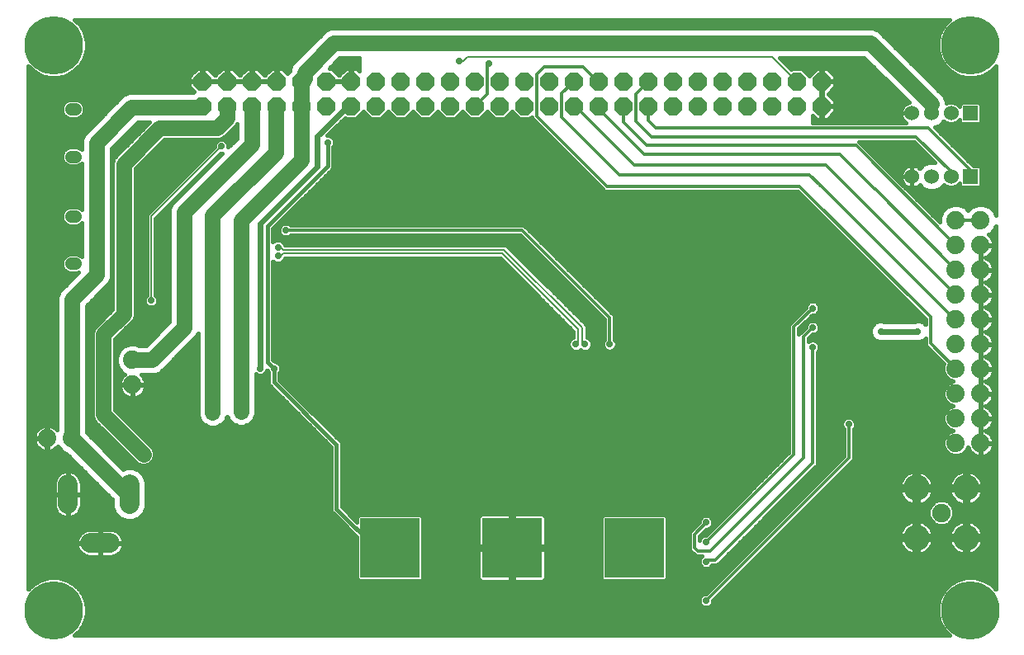
<source format=gbl>
G75*
%MOIN*%
%OFA0B0*%
%FSLAX25Y25*%
%IPPOS*%
%LPD*%
%AMOC8*
5,1,8,0,0,1.08239X$1,22.5*
%
%ADD10C,0.07874*%
%ADD11C,0.04921*%
%ADD12C,0.04959*%
%ADD13C,0.05156*%
%ADD14OC8,0.07400*%
%ADD15C,0.07400*%
%ADD16R,0.06000X0.06000*%
%ADD17C,0.06000*%
%ADD18C,0.07500*%
%ADD19C,0.10500*%
%ADD20R,0.23898X0.23898*%
%ADD21C,0.02781*%
%ADD22C,0.01575*%
%ADD23C,0.06299*%
%ADD24C,0.02400*%
%ADD25C,0.01181*%
%ADD26C,0.00787*%
%ADD27C,0.01200*%
%ADD28C,0.00800*%
%ADD29C,0.23622*%
D10*
X0043583Y0043946D02*
X0051457Y0043946D01*
X0059331Y0059694D02*
X0059331Y0067569D01*
X0034528Y0067569D02*
X0034528Y0059694D01*
D11*
X0035898Y0156870D02*
X0037453Y0156870D01*
X0037453Y0175965D02*
X0035898Y0175965D01*
X0035898Y0200177D02*
X0037453Y0200177D01*
X0037453Y0219272D02*
X0035898Y0219272D01*
D12*
X0036685Y0219272D03*
X0036685Y0200177D03*
X0036685Y0175965D03*
X0036685Y0156870D03*
D13*
X0028830Y0152244D02*
X0023674Y0152244D01*
X0023674Y0180591D02*
X0028830Y0180591D01*
X0028830Y0195551D02*
X0023674Y0195551D01*
X0023674Y0223898D02*
X0028830Y0223898D01*
D14*
X0088850Y0220472D03*
X0098850Y0220472D03*
X0108850Y0220472D03*
X0118850Y0220472D03*
X0128850Y0220472D03*
X0138850Y0220472D03*
X0148850Y0220472D03*
X0158850Y0220472D03*
X0168850Y0220472D03*
X0178850Y0220472D03*
X0188850Y0220472D03*
X0198850Y0220472D03*
X0208850Y0220472D03*
X0218850Y0220472D03*
X0228850Y0220472D03*
X0238850Y0220472D03*
X0248850Y0220472D03*
X0258850Y0220472D03*
X0268850Y0220472D03*
X0278850Y0220472D03*
X0288850Y0220472D03*
X0298850Y0220472D03*
X0308850Y0220472D03*
X0318850Y0220472D03*
X0328850Y0220472D03*
X0338850Y0220472D03*
X0338850Y0230472D03*
X0328850Y0230472D03*
X0318850Y0230472D03*
X0308850Y0230472D03*
X0298850Y0230472D03*
X0288850Y0230472D03*
X0278850Y0230472D03*
X0268850Y0230472D03*
X0258850Y0230472D03*
X0248850Y0230472D03*
X0238850Y0230472D03*
X0228850Y0230472D03*
X0218850Y0230472D03*
X0208850Y0230472D03*
X0198850Y0230472D03*
X0188850Y0230472D03*
X0178850Y0230472D03*
X0168850Y0230472D03*
X0158850Y0230472D03*
X0148850Y0230472D03*
X0138850Y0230472D03*
X0128850Y0230472D03*
X0118850Y0230472D03*
X0108850Y0230472D03*
X0098850Y0230472D03*
X0088850Y0230472D03*
D15*
X0060638Y0117894D03*
X0060638Y0107894D03*
X0036154Y0086233D03*
X0026154Y0086233D03*
X0392984Y0084291D03*
X0402984Y0084291D03*
X0402984Y0094291D03*
X0392984Y0094291D03*
X0392984Y0104291D03*
X0402984Y0104291D03*
X0402984Y0114291D03*
X0392984Y0114291D03*
X0392984Y0124291D03*
X0402984Y0124291D03*
X0402984Y0134291D03*
X0392984Y0134291D03*
X0392984Y0144291D03*
X0402984Y0144291D03*
X0402984Y0154291D03*
X0392984Y0154291D03*
X0392984Y0164291D03*
X0402984Y0164291D03*
X0402984Y0174291D03*
X0392984Y0174291D03*
D16*
X0398890Y0192008D03*
X0398890Y0217598D03*
D17*
X0391016Y0217598D03*
X0383142Y0217598D03*
X0375268Y0217598D03*
X0375268Y0192008D03*
X0383142Y0192008D03*
X0391016Y0192008D03*
D18*
X0387079Y0056181D03*
D19*
X0397118Y0046142D03*
X0377040Y0046142D03*
X0377040Y0066220D03*
X0397118Y0066220D03*
D20*
X0263063Y0042008D03*
X0213850Y0042008D03*
X0164638Y0042008D03*
D21*
X0022512Y0010512D03*
X0019362Y0016811D03*
X0022512Y0023110D03*
X0028811Y0026260D03*
X0035110Y0023110D03*
X0038260Y0016811D03*
X0035110Y0010512D03*
X0028811Y0007362D03*
X0044559Y0008937D03*
X0052433Y0008937D03*
X0061094Y0009331D03*
X0069756Y0009331D03*
X0079992Y0008937D03*
X0087866Y0009331D03*
X0096134Y0009331D03*
X0103614Y0008937D03*
X0096134Y0017992D03*
X0087866Y0017992D03*
X0069756Y0018386D03*
X0061094Y0018386D03*
X0076055Y0040433D03*
X0083929Y0040433D03*
X0083929Y0048307D03*
X0076055Y0048307D03*
X0076055Y0056181D03*
X0103614Y0067992D03*
X0111488Y0064055D03*
X0118575Y0060118D03*
X0123299Y0056181D03*
X0119362Y0052244D03*
X0131173Y0056181D03*
X0135898Y0060118D03*
X0154795Y0064055D03*
X0165031Y0064055D03*
X0174480Y0064055D03*
X0194165Y0064055D03*
X0213850Y0064055D03*
X0213850Y0073504D03*
X0213850Y0083740D03*
X0194165Y0083740D03*
X0174480Y0083740D03*
X0154795Y0083740D03*
X0136685Y0099488D03*
X0134323Y0106575D03*
X0128811Y0106575D03*
X0117787Y0114449D03*
X0112276Y0114449D03*
X0104402Y0112874D03*
X0104402Y0109724D03*
X0104402Y0106575D03*
X0104402Y0103425D03*
X0104402Y0100276D03*
X0104402Y0097126D03*
X0092984Y0096732D03*
X0092984Y0099882D03*
X0092984Y0103031D03*
X0092984Y0106181D03*
X0092984Y0109331D03*
X0092984Y0112480D03*
X0085504Y0119173D03*
X0085504Y0123110D03*
X0073693Y0109724D03*
X0069756Y0105787D03*
X0068181Y0099488D03*
X0060307Y0099488D03*
X0053220Y0091614D03*
X0055583Y0089252D03*
X0057945Y0086890D03*
X0060307Y0084528D03*
X0062669Y0082165D03*
X0065031Y0079803D03*
X0073693Y0081378D03*
X0068181Y0091614D03*
X0053220Y0082165D03*
X0044559Y0090827D03*
X0020937Y0079803D03*
X0020937Y0071929D03*
X0020937Y0064055D03*
X0020937Y0056181D03*
X0020937Y0048307D03*
X0020937Y0040433D03*
X0020937Y0032559D03*
X0091803Y0079803D03*
X0099677Y0075866D03*
X0154795Y0103425D03*
X0174480Y0103425D03*
X0194165Y0103425D03*
X0213850Y0103425D03*
X0233535Y0103425D03*
X0253220Y0103425D03*
X0272906Y0103425D03*
X0272906Y0123110D03*
X0291016Y0123110D03*
X0295740Y0124685D03*
X0300465Y0129409D03*
X0295740Y0132559D03*
X0300465Y0137283D03*
X0272906Y0142795D03*
X0253220Y0142795D03*
X0237472Y0142795D03*
X0229598Y0134921D03*
X0213850Y0142795D03*
X0209913Y0154606D03*
X0217787Y0162480D03*
X0233535Y0162480D03*
X0253220Y0162480D03*
X0272906Y0166417D03*
X0253220Y0180591D03*
X0248496Y0182953D03*
X0257945Y0182953D03*
X0205976Y0190827D03*
X0204402Y0183740D03*
X0198102Y0180591D03*
X0194165Y0166417D03*
X0194165Y0154606D03*
X0194165Y0142795D03*
X0174480Y0142795D03*
X0174480Y0154606D03*
X0154795Y0142795D03*
X0136685Y0146732D03*
X0126449Y0156181D03*
X0119362Y0156181D03*
X0119362Y0159902D03*
X0119362Y0163483D03*
X0119362Y0167205D03*
X0122512Y0170354D03*
X0104402Y0151457D03*
X0119362Y0134921D03*
X0123299Y0130984D03*
X0127236Y0127047D03*
X0131173Y0130984D03*
X0127236Y0134921D03*
X0131173Y0123110D03*
X0136685Y0123110D03*
X0134323Y0116024D03*
X0154795Y0123110D03*
X0174480Y0123110D03*
X0194165Y0123110D03*
X0213850Y0123110D03*
X0235898Y0124291D03*
X0239619Y0124291D03*
X0243200Y0124291D03*
X0246921Y0124291D03*
X0253220Y0124291D03*
X0253220Y0083740D03*
X0272906Y0083740D03*
X0272906Y0064055D03*
X0263457Y0064055D03*
X0253220Y0064055D03*
X0233535Y0064055D03*
X0233535Y0083740D03*
X0291016Y0060118D03*
X0292197Y0052244D03*
X0292197Y0044370D03*
X0292197Y0036496D03*
X0272906Y0024685D03*
X0264244Y0024685D03*
X0253220Y0024685D03*
X0233535Y0024685D03*
X0213850Y0024685D03*
X0194165Y0024685D03*
X0174480Y0024685D03*
X0165031Y0024685D03*
X0154795Y0024685D03*
X0135898Y0020748D03*
X0131567Y0022717D03*
X0126843Y0020354D03*
X0122118Y0022717D03*
X0117787Y0020354D03*
X0119362Y0036496D03*
X0123299Y0036496D03*
X0127236Y0036496D03*
X0131173Y0036496D03*
X0136685Y0036496D03*
X0154795Y0008937D03*
X0162669Y0008937D03*
X0170543Y0008937D03*
X0178417Y0008937D03*
X0186291Y0008937D03*
X0194165Y0008937D03*
X0202039Y0008937D03*
X0209913Y0008937D03*
X0217787Y0008937D03*
X0225661Y0008937D03*
X0233535Y0008937D03*
X0241409Y0008937D03*
X0249283Y0008937D03*
X0257157Y0008937D03*
X0265031Y0008937D03*
X0272906Y0008937D03*
X0292197Y0020748D03*
X0296528Y0008937D03*
X0304402Y0008937D03*
X0312276Y0008937D03*
X0320150Y0008937D03*
X0328024Y0008937D03*
X0335898Y0008937D03*
X0343772Y0008937D03*
X0351646Y0008937D03*
X0359520Y0008937D03*
X0367394Y0008937D03*
X0375268Y0008937D03*
X0383142Y0008937D03*
X0392591Y0010512D03*
X0398890Y0007362D03*
X0405189Y0010512D03*
X0408339Y0016811D03*
X0405189Y0023110D03*
X0398890Y0026260D03*
X0392591Y0023110D03*
X0389441Y0016811D03*
X0371331Y0024685D03*
X0351646Y0024685D03*
X0331961Y0024685D03*
X0331961Y0044370D03*
X0351646Y0044370D03*
X0351646Y0064055D03*
X0343772Y0083740D03*
X0343772Y0091614D03*
X0349677Y0092008D03*
X0343772Y0099488D03*
X0343772Y0107362D03*
X0343772Y0115236D03*
X0335110Y0123110D03*
X0335110Y0130984D03*
X0335110Y0138858D03*
X0335898Y0146732D03*
X0343772Y0146732D03*
X0351646Y0146732D03*
X0359520Y0146732D03*
X0362669Y0129409D03*
X0377630Y0129409D03*
X0347709Y0162480D03*
X0339835Y0162480D03*
X0339835Y0170354D03*
X0367394Y0201850D03*
X0367394Y0217598D03*
X0359520Y0217598D03*
X0351646Y0217598D03*
X0351646Y0225472D03*
X0375268Y0241220D03*
X0389441Y0245157D03*
X0392591Y0238858D03*
X0398890Y0235709D03*
X0405189Y0238858D03*
X0408339Y0245157D03*
X0405189Y0251457D03*
X0398890Y0254606D03*
X0392591Y0251457D03*
X0383142Y0253031D03*
X0375268Y0253031D03*
X0367394Y0253031D03*
X0359520Y0253031D03*
X0351646Y0253031D03*
X0343772Y0253031D03*
X0335898Y0253031D03*
X0328024Y0253031D03*
X0320150Y0253031D03*
X0312276Y0253031D03*
X0304402Y0253031D03*
X0296528Y0253031D03*
X0288654Y0253031D03*
X0280780Y0253031D03*
X0272906Y0253031D03*
X0265031Y0253031D03*
X0257157Y0253031D03*
X0249283Y0253031D03*
X0241409Y0253031D03*
X0233535Y0253031D03*
X0225661Y0253031D03*
X0217787Y0253031D03*
X0209913Y0253031D03*
X0202039Y0253031D03*
X0194165Y0253031D03*
X0186291Y0253031D03*
X0178417Y0253031D03*
X0170543Y0253031D03*
X0162669Y0253031D03*
X0154795Y0253031D03*
X0146921Y0253031D03*
X0139047Y0253031D03*
X0131173Y0253031D03*
X0123299Y0253031D03*
X0115425Y0253031D03*
X0107551Y0253031D03*
X0099677Y0253031D03*
X0091803Y0253031D03*
X0083929Y0253031D03*
X0076055Y0253031D03*
X0068181Y0253031D03*
X0060307Y0253031D03*
X0052433Y0253031D03*
X0044559Y0253031D03*
X0035110Y0251457D03*
X0028811Y0254606D03*
X0022512Y0251457D03*
X0019362Y0245157D03*
X0022512Y0238858D03*
X0028811Y0235709D03*
X0035110Y0238858D03*
X0038260Y0245157D03*
X0044559Y0233346D03*
X0060307Y0233346D03*
X0076055Y0233346D03*
X0061882Y0211299D03*
X0054795Y0204213D03*
X0076055Y0201850D03*
X0083929Y0201850D03*
X0091803Y0205787D03*
X0096528Y0204213D03*
X0079992Y0193976D03*
X0068181Y0186102D03*
X0064244Y0190039D03*
X0058732Y0182165D03*
X0055583Y0182165D03*
X0055583Y0178622D03*
X0058732Y0178622D03*
X0058732Y0175079D03*
X0055583Y0175079D03*
X0072118Y0174291D03*
X0072118Y0162480D03*
X0064244Y0162480D03*
X0064244Y0154606D03*
X0072118Y0154606D03*
X0072118Y0146732D03*
X0068181Y0142008D03*
X0064244Y0146732D03*
X0068181Y0134921D03*
X0020937Y0115236D03*
X0020937Y0107362D03*
X0154795Y0166417D03*
X0174480Y0166417D03*
X0148496Y0205000D03*
X0139441Y0205787D03*
X0148496Y0213661D03*
X0161882Y0207362D03*
X0164244Y0213661D03*
X0204402Y0237677D03*
X0192591Y0238858D03*
X0406764Y0229409D03*
X0406764Y0221535D03*
X0406764Y0213661D03*
X0406764Y0205787D03*
X0406764Y0197913D03*
X0406764Y0190039D03*
X0406764Y0182165D03*
X0406764Y0071929D03*
X0406764Y0064055D03*
X0406764Y0056181D03*
X0406764Y0048307D03*
X0406764Y0040433D03*
X0406764Y0032559D03*
X0233535Y0044370D03*
X0194165Y0044370D03*
D22*
X0200314Y0044333D02*
X0177974Y0044333D01*
X0177974Y0045906D02*
X0200314Y0045906D01*
X0200314Y0047479D02*
X0177974Y0047479D01*
X0177974Y0049053D02*
X0200314Y0049053D01*
X0200314Y0050626D02*
X0177974Y0050626D01*
X0177974Y0052199D02*
X0200314Y0052199D01*
X0200314Y0053773D02*
X0177974Y0053773D01*
X0177974Y0054531D02*
X0177161Y0055344D01*
X0152114Y0055344D01*
X0151302Y0054531D01*
X0151302Y0052514D01*
X0145159Y0058657D01*
X0145159Y0084641D01*
X0119962Y0109838D01*
X0119962Y0112695D01*
X0120142Y0112875D01*
X0120565Y0113896D01*
X0120565Y0115001D01*
X0120142Y0116022D01*
X0119361Y0116804D01*
X0118340Y0117227D01*
X0118085Y0117227D01*
X0117238Y0118074D01*
X0117238Y0157815D01*
X0117675Y0157378D01*
X0118770Y0156924D01*
X0119955Y0156924D01*
X0121049Y0157378D01*
X0121887Y0158215D01*
X0122173Y0158906D01*
X0209152Y0158906D01*
X0238622Y0129436D01*
X0238622Y0127102D01*
X0237932Y0126816D01*
X0237094Y0125978D01*
X0236641Y0124884D01*
X0236641Y0123699D01*
X0237094Y0122604D01*
X0237932Y0121767D01*
X0239027Y0121313D01*
X0240211Y0121313D01*
X0241306Y0121767D01*
X0241409Y0121870D01*
X0241513Y0121767D01*
X0242608Y0121313D01*
X0243792Y0121313D01*
X0244887Y0121767D01*
X0245725Y0122604D01*
X0246178Y0123699D01*
X0246178Y0124884D01*
X0245725Y0125978D01*
X0244887Y0126816D01*
X0244197Y0127102D01*
X0244197Y0131745D01*
X0243033Y0132909D01*
X0211462Y0164480D01*
X0209815Y0164480D01*
X0122173Y0164480D01*
X0121887Y0165170D01*
X0121049Y0166008D01*
X0119955Y0166461D01*
X0118770Y0166461D01*
X0117675Y0166008D01*
X0117238Y0165570D01*
X0117238Y0171055D01*
X0140342Y0194159D01*
X0141616Y0195433D01*
X0141616Y0204034D01*
X0141796Y0204214D01*
X0142219Y0205235D01*
X0142219Y0206340D01*
X0141796Y0207361D01*
X0141015Y0208142D01*
X0139994Y0208565D01*
X0139185Y0208565D01*
X0146374Y0215754D01*
X0146743Y0215385D01*
X0150958Y0215385D01*
X0153850Y0218278D01*
X0156743Y0215385D01*
X0160958Y0215385D01*
X0163850Y0218278D01*
X0166743Y0215385D01*
X0170958Y0215385D01*
X0173850Y0218278D01*
X0176743Y0215385D01*
X0180958Y0215385D01*
X0183850Y0218278D01*
X0186743Y0215385D01*
X0190958Y0215385D01*
X0193850Y0218278D01*
X0196743Y0215385D01*
X0200958Y0215385D01*
X0203850Y0218278D01*
X0206743Y0215385D01*
X0210958Y0215385D01*
X0213850Y0218278D01*
X0216743Y0215385D01*
X0220958Y0215385D01*
X0221715Y0216142D01*
X0221715Y0215598D01*
X0250061Y0187252D01*
X0251220Y0186093D01*
X0329097Y0186093D01*
X0380732Y0134458D01*
X0380732Y0132216D01*
X0379997Y0132951D01*
X0378461Y0133587D01*
X0376799Y0133587D01*
X0376339Y0133397D01*
X0363960Y0133397D01*
X0363500Y0133587D01*
X0361838Y0133587D01*
X0360303Y0132951D01*
X0359127Y0131776D01*
X0358491Y0130240D01*
X0358491Y0128578D01*
X0359127Y0127043D01*
X0360303Y0125868D01*
X0361838Y0125231D01*
X0363500Y0125231D01*
X0363960Y0125422D01*
X0376339Y0125422D01*
X0376799Y0125231D01*
X0378461Y0125231D01*
X0379997Y0125868D01*
X0380732Y0126603D01*
X0380732Y0123746D01*
X0388271Y0116207D01*
X0387897Y0115303D01*
X0387897Y0113279D01*
X0388671Y0111410D01*
X0390102Y0109978D01*
X0391761Y0109291D01*
X0390102Y0108604D01*
X0388671Y0107173D01*
X0387897Y0105303D01*
X0387897Y0103279D01*
X0388671Y0101410D01*
X0390102Y0099978D01*
X0391761Y0099291D01*
X0390102Y0098604D01*
X0388671Y0097173D01*
X0387897Y0095303D01*
X0387897Y0093279D01*
X0388671Y0091410D01*
X0390102Y0089978D01*
X0391761Y0089291D01*
X0390102Y0088604D01*
X0388671Y0087173D01*
X0387897Y0085303D01*
X0387897Y0083279D01*
X0388671Y0081410D01*
X0390102Y0079978D01*
X0391972Y0079204D01*
X0393996Y0079204D01*
X0395866Y0079978D01*
X0397297Y0081410D01*
X0397893Y0082849D01*
X0398084Y0082262D01*
X0398462Y0081520D01*
X0398951Y0080847D01*
X0399540Y0080258D01*
X0400213Y0079769D01*
X0400955Y0079391D01*
X0401746Y0079134D01*
X0402568Y0079004D01*
X0402772Y0079004D01*
X0402772Y0084079D01*
X0403197Y0084079D01*
X0403197Y0084504D01*
X0408272Y0084504D01*
X0408272Y0084707D01*
X0408141Y0085529D01*
X0407884Y0086321D01*
X0407506Y0087063D01*
X0407017Y0087736D01*
X0406429Y0088324D01*
X0405755Y0088814D01*
X0405014Y0089191D01*
X0404706Y0089291D01*
X0405014Y0089391D01*
X0405755Y0089769D01*
X0406429Y0090258D01*
X0407017Y0090847D01*
X0407506Y0091520D01*
X0407884Y0092262D01*
X0408141Y0093053D01*
X0408272Y0093875D01*
X0408272Y0094079D01*
X0403197Y0094079D01*
X0403197Y0094504D01*
X0408272Y0094504D01*
X0408272Y0094707D01*
X0408141Y0095529D01*
X0407884Y0096321D01*
X0407506Y0097063D01*
X0407017Y0097736D01*
X0406429Y0098324D01*
X0405755Y0098814D01*
X0405014Y0099191D01*
X0404706Y0099291D01*
X0405014Y0099391D01*
X0405755Y0099769D01*
X0406429Y0100258D01*
X0407017Y0100847D01*
X0407506Y0101520D01*
X0407884Y0102262D01*
X0408141Y0103053D01*
X0408272Y0103875D01*
X0408272Y0104079D01*
X0403197Y0104079D01*
X0403197Y0104504D01*
X0408272Y0104504D01*
X0408272Y0104707D01*
X0408141Y0105529D01*
X0407884Y0106321D01*
X0407506Y0107063D01*
X0407017Y0107736D01*
X0406429Y0108324D01*
X0405755Y0108814D01*
X0405014Y0109191D01*
X0404706Y0109291D01*
X0405014Y0109391D01*
X0405755Y0109769D01*
X0406429Y0110258D01*
X0407017Y0110847D01*
X0407506Y0111520D01*
X0407884Y0112262D01*
X0408141Y0113053D01*
X0408272Y0113875D01*
X0408272Y0114079D01*
X0403197Y0114079D01*
X0403197Y0114504D01*
X0408272Y0114504D01*
X0408272Y0114707D01*
X0408141Y0115529D01*
X0407884Y0116321D01*
X0407506Y0117063D01*
X0407017Y0117736D01*
X0406429Y0118324D01*
X0405755Y0118814D01*
X0405014Y0119191D01*
X0404706Y0119291D01*
X0405014Y0119391D01*
X0405755Y0119769D01*
X0406429Y0120258D01*
X0407017Y0120847D01*
X0407506Y0121520D01*
X0407884Y0122262D01*
X0408141Y0123053D01*
X0408272Y0123875D01*
X0408272Y0124079D01*
X0403197Y0124079D01*
X0403197Y0124504D01*
X0408272Y0124504D01*
X0408272Y0124707D01*
X0408141Y0125529D01*
X0407884Y0126321D01*
X0407506Y0127063D01*
X0407017Y0127736D01*
X0406429Y0128324D01*
X0405755Y0128814D01*
X0405014Y0129191D01*
X0404706Y0129291D01*
X0405014Y0129391D01*
X0405755Y0129769D01*
X0406429Y0130258D01*
X0407017Y0130847D01*
X0407506Y0131520D01*
X0407884Y0132262D01*
X0408141Y0133053D01*
X0408272Y0133875D01*
X0408272Y0134079D01*
X0403197Y0134079D01*
X0403197Y0134504D01*
X0408272Y0134504D01*
X0408272Y0134707D01*
X0408141Y0135529D01*
X0407884Y0136321D01*
X0407506Y0137063D01*
X0407017Y0137736D01*
X0406429Y0138324D01*
X0405755Y0138814D01*
X0405014Y0139191D01*
X0404706Y0139291D01*
X0405014Y0139391D01*
X0405755Y0139769D01*
X0406429Y0140258D01*
X0407017Y0140847D01*
X0407506Y0141520D01*
X0407884Y0142262D01*
X0408141Y0143053D01*
X0408272Y0143875D01*
X0408272Y0144079D01*
X0403197Y0144079D01*
X0403197Y0144504D01*
X0408272Y0144504D01*
X0408272Y0144707D01*
X0408141Y0145529D01*
X0407884Y0146321D01*
X0407506Y0147063D01*
X0407017Y0147736D01*
X0406429Y0148324D01*
X0405755Y0148814D01*
X0405014Y0149191D01*
X0404706Y0149291D01*
X0405014Y0149391D01*
X0405755Y0149769D01*
X0406429Y0150258D01*
X0407017Y0150847D01*
X0407506Y0151520D01*
X0407884Y0152262D01*
X0408141Y0153053D01*
X0408272Y0153875D01*
X0408272Y0154079D01*
X0403197Y0154079D01*
X0403197Y0154504D01*
X0408272Y0154504D01*
X0408272Y0154707D01*
X0408141Y0155529D01*
X0407884Y0156321D01*
X0407506Y0157063D01*
X0407017Y0157736D01*
X0406429Y0158324D01*
X0405755Y0158814D01*
X0405014Y0159191D01*
X0404706Y0159291D01*
X0405014Y0159391D01*
X0405755Y0159769D01*
X0406429Y0160258D01*
X0407017Y0160847D01*
X0407506Y0161520D01*
X0407884Y0162262D01*
X0408141Y0163053D01*
X0408272Y0163875D01*
X0408272Y0164079D01*
X0403197Y0164079D01*
X0403197Y0164504D01*
X0408272Y0164504D01*
X0408272Y0164707D01*
X0408141Y0165529D01*
X0407884Y0166321D01*
X0407506Y0167063D01*
X0407017Y0167736D01*
X0406429Y0168324D01*
X0406103Y0168561D01*
X0406659Y0168792D01*
X0408484Y0170617D01*
X0409117Y0172144D01*
X0409117Y0025250D01*
X0406994Y0027372D01*
X0403984Y0029110D01*
X0400627Y0030009D01*
X0397152Y0030009D01*
X0393795Y0029110D01*
X0390786Y0027372D01*
X0388328Y0024915D01*
X0386591Y0021905D01*
X0385691Y0018549D01*
X0385691Y0015073D01*
X0386591Y0011717D01*
X0388328Y0008707D01*
X0390451Y0006584D01*
X0037250Y0006584D01*
X0039372Y0008707D01*
X0041110Y0011717D01*
X0042009Y0015073D01*
X0042009Y0018549D01*
X0041110Y0021905D01*
X0039372Y0024915D01*
X0036915Y0027372D01*
X0033905Y0029110D01*
X0030549Y0030009D01*
X0027073Y0030009D01*
X0023717Y0029110D01*
X0020707Y0027372D01*
X0018584Y0025250D01*
X0018584Y0236719D01*
X0020707Y0234596D01*
X0023717Y0232859D01*
X0027073Y0231959D01*
X0030549Y0231959D01*
X0033905Y0232859D01*
X0036915Y0234596D01*
X0039372Y0237053D01*
X0041110Y0240063D01*
X0042009Y0243420D01*
X0042009Y0246895D01*
X0041110Y0250252D01*
X0039372Y0253261D01*
X0037250Y0255384D01*
X0390451Y0255384D01*
X0388328Y0253261D01*
X0386591Y0250252D01*
X0385691Y0246895D01*
X0385691Y0243420D01*
X0386591Y0240063D01*
X0388328Y0237053D01*
X0390786Y0234596D01*
X0393795Y0232859D01*
X0397152Y0231959D01*
X0400627Y0231959D01*
X0403984Y0232859D01*
X0406994Y0234596D01*
X0409117Y0236719D01*
X0409117Y0176439D01*
X0408484Y0177966D01*
X0406659Y0179791D01*
X0404275Y0180779D01*
X0401694Y0180779D01*
X0399309Y0179791D01*
X0397984Y0178466D01*
X0396659Y0179791D01*
X0394275Y0180779D01*
X0391694Y0180779D01*
X0389309Y0179791D01*
X0387484Y0177966D01*
X0386497Y0175582D01*
X0386497Y0173576D01*
X0354647Y0205426D01*
X0353901Y0206172D01*
X0376023Y0206172D01*
X0384475Y0197720D01*
X0384293Y0197795D01*
X0381991Y0197795D01*
X0379863Y0196914D01*
X0378356Y0195407D01*
X0378256Y0195507D01*
X0377672Y0195931D01*
X0377029Y0196259D01*
X0376342Y0196482D01*
X0375629Y0196595D01*
X0375268Y0196595D01*
X0375268Y0192008D01*
X0375268Y0192008D01*
X0375268Y0187420D01*
X0375629Y0187420D01*
X0376342Y0187533D01*
X0377029Y0187757D01*
X0377672Y0188084D01*
X0378256Y0188509D01*
X0378356Y0188609D01*
X0379863Y0187102D01*
X0381991Y0186220D01*
X0384293Y0186220D01*
X0386420Y0187102D01*
X0388048Y0188730D01*
X0388060Y0188759D01*
X0388530Y0188288D01*
X0390143Y0187620D01*
X0391888Y0187620D01*
X0393501Y0188288D01*
X0394502Y0189290D01*
X0394502Y0188433D01*
X0395315Y0187620D01*
X0402464Y0187620D01*
X0403277Y0188433D01*
X0403277Y0195583D01*
X0402464Y0196395D01*
X0400056Y0196395D01*
X0384538Y0211913D01*
X0386420Y0212692D01*
X0388048Y0214320D01*
X0388060Y0214349D01*
X0388530Y0213879D01*
X0390143Y0213211D01*
X0391888Y0213211D01*
X0393501Y0213879D01*
X0394502Y0214880D01*
X0394502Y0214024D01*
X0395315Y0213211D01*
X0402464Y0213211D01*
X0403277Y0214024D01*
X0403277Y0221173D01*
X0402464Y0221986D01*
X0395315Y0221986D01*
X0394502Y0221173D01*
X0394502Y0220317D01*
X0393501Y0221318D01*
X0391888Y0221986D01*
X0390143Y0221986D01*
X0389079Y0221545D01*
X0389079Y0222431D01*
X0388175Y0224613D01*
X0361810Y0250978D01*
X0359627Y0251882D01*
X0140627Y0251882D01*
X0138445Y0250978D01*
X0136774Y0249308D01*
X0124968Y0237501D01*
X0124064Y0235319D01*
X0124064Y0234860D01*
X0123002Y0233798D01*
X0121041Y0235760D01*
X0119063Y0235760D01*
X0119063Y0230685D01*
X0118638Y0230685D01*
X0118638Y0235760D01*
X0116660Y0235760D01*
X0113850Y0232950D01*
X0111041Y0235760D01*
X0109063Y0235760D01*
X0109063Y0230685D01*
X0118638Y0230685D01*
X0118638Y0230260D01*
X0114138Y0230260D01*
X0109063Y0230260D01*
X0109063Y0230685D01*
X0108638Y0230685D01*
X0108638Y0235760D01*
X0106660Y0235760D01*
X0103850Y0232950D01*
X0101041Y0235760D01*
X0099063Y0235760D01*
X0099063Y0230685D01*
X0108638Y0230685D01*
X0108638Y0230260D01*
X0103563Y0230260D01*
X0099063Y0230260D01*
X0099063Y0230685D01*
X0098638Y0230685D01*
X0098638Y0235760D01*
X0096660Y0235760D01*
X0093850Y0232950D01*
X0091041Y0235760D01*
X0089063Y0235760D01*
X0089063Y0230685D01*
X0098638Y0230685D01*
X0098638Y0230260D01*
X0093563Y0230260D01*
X0089063Y0230260D01*
X0089063Y0230685D01*
X0088638Y0230685D01*
X0088638Y0235760D01*
X0086660Y0235760D01*
X0083563Y0232663D01*
X0083563Y0230685D01*
X0088638Y0230685D01*
X0088638Y0230260D01*
X0083563Y0230260D01*
X0083563Y0228282D01*
X0085524Y0226321D01*
X0085101Y0225898D01*
X0059126Y0225898D01*
X0056944Y0224994D01*
X0055274Y0223324D01*
X0041101Y0209150D01*
X0040197Y0206968D01*
X0040197Y0202875D01*
X0039632Y0203439D01*
X0038218Y0204025D01*
X0035132Y0204025D01*
X0033718Y0203439D01*
X0032635Y0202357D01*
X0032050Y0200943D01*
X0032050Y0199412D01*
X0032635Y0197997D01*
X0033718Y0196915D01*
X0035132Y0196329D01*
X0038218Y0196329D01*
X0039632Y0196915D01*
X0040197Y0197479D01*
X0040197Y0178662D01*
X0039632Y0179227D01*
X0038218Y0179813D01*
X0035132Y0179813D01*
X0033718Y0179227D01*
X0032635Y0178144D01*
X0032050Y0176730D01*
X0032050Y0175199D01*
X0032635Y0173785D01*
X0033718Y0172702D01*
X0035132Y0172117D01*
X0038218Y0172117D01*
X0039632Y0172702D01*
X0040197Y0173267D01*
X0040197Y0159568D01*
X0039632Y0160132D01*
X0038218Y0160718D01*
X0035132Y0160718D01*
X0033718Y0160132D01*
X0032635Y0159050D01*
X0032050Y0157635D01*
X0032050Y0156105D01*
X0032635Y0154690D01*
X0033718Y0153608D01*
X0035132Y0153022D01*
X0038218Y0153022D01*
X0038726Y0153232D01*
X0032791Y0147298D01*
X0031121Y0145628D01*
X0030217Y0143446D01*
X0030217Y0089636D01*
X0030187Y0089678D01*
X0029599Y0090266D01*
X0028926Y0090755D01*
X0028184Y0091133D01*
X0027392Y0091390D01*
X0026570Y0091520D01*
X0026367Y0091520D01*
X0026367Y0086446D01*
X0025942Y0086446D01*
X0025942Y0091520D01*
X0025738Y0091520D01*
X0024916Y0091390D01*
X0024125Y0091133D01*
X0023383Y0090755D01*
X0022710Y0090266D01*
X0022121Y0089678D01*
X0021632Y0089004D01*
X0021254Y0088263D01*
X0020997Y0087471D01*
X0020867Y0086649D01*
X0020867Y0086446D01*
X0025942Y0086446D01*
X0025942Y0086020D01*
X0026367Y0086020D01*
X0026367Y0080946D01*
X0026570Y0080946D01*
X0027392Y0081076D01*
X0028184Y0081333D01*
X0028926Y0081711D01*
X0029599Y0082200D01*
X0030187Y0082789D01*
X0030424Y0083115D01*
X0030655Y0082558D01*
X0032480Y0080733D01*
X0033808Y0080183D01*
X0052606Y0061385D01*
X0052606Y0058357D01*
X0053630Y0055885D01*
X0055522Y0053994D01*
X0057993Y0052970D01*
X0060668Y0052970D01*
X0063140Y0053994D01*
X0065031Y0055885D01*
X0066055Y0058357D01*
X0066055Y0068906D01*
X0065031Y0071378D01*
X0063140Y0073269D01*
X0060668Y0074293D01*
X0057993Y0074293D01*
X0056931Y0073853D01*
X0042204Y0088579D01*
X0042091Y0088852D01*
X0042091Y0139805D01*
X0049497Y0147211D01*
X0051167Y0148881D01*
X0052071Y0151063D01*
X0052071Y0203328D01*
X0062766Y0214024D01*
X0067639Y0214024D01*
X0054587Y0200972D01*
X0053311Y0199696D01*
X0052620Y0198028D01*
X0052620Y0138375D01*
X0045043Y0130798D01*
X0044353Y0129131D01*
X0044353Y0095042D01*
X0045043Y0093375D01*
X0046320Y0092099D01*
X0049374Y0089044D01*
X0062461Y0075957D01*
X0064129Y0075266D01*
X0065934Y0075266D01*
X0067602Y0075957D01*
X0068878Y0077233D01*
X0069568Y0078901D01*
X0069568Y0080706D01*
X0068878Y0082373D01*
X0055790Y0095460D01*
X0053427Y0097824D01*
X0053427Y0126349D01*
X0059727Y0132650D01*
X0061004Y0133926D01*
X0061694Y0135594D01*
X0061694Y0195247D01*
X0073534Y0207086D01*
X0093419Y0207086D01*
X0093588Y0207156D01*
X0095855Y0207156D01*
X0097523Y0207847D01*
X0101420Y0211744D01*
X0102697Y0213021D01*
X0102795Y0213259D01*
X0102795Y0207459D01*
X0099305Y0203969D01*
X0099305Y0204765D01*
X0098883Y0205786D01*
X0098101Y0206568D01*
X0097080Y0206991D01*
X0095975Y0206991D01*
X0094954Y0206568D01*
X0094173Y0205786D01*
X0093750Y0204765D01*
X0093750Y0203953D01*
X0067443Y0177647D01*
X0066400Y0176604D01*
X0066400Y0144155D01*
X0065826Y0143581D01*
X0065403Y0142560D01*
X0065403Y0141455D01*
X0065826Y0140434D01*
X0066608Y0139653D01*
X0067629Y0139230D01*
X0068734Y0139230D01*
X0069755Y0139653D01*
X0070536Y0140434D01*
X0070959Y0141455D01*
X0070959Y0142560D01*
X0070536Y0143581D01*
X0069962Y0144155D01*
X0069962Y0175128D01*
X0096268Y0201435D01*
X0096771Y0201435D01*
X0076534Y0181198D01*
X0075630Y0179016D01*
X0075630Y0133443D01*
X0066018Y0123831D01*
X0063257Y0123831D01*
X0061928Y0124382D01*
X0059347Y0124382D01*
X0056963Y0123394D01*
X0055138Y0121569D01*
X0054150Y0119185D01*
X0054150Y0116604D01*
X0055138Y0114220D01*
X0056963Y0112395D01*
X0057519Y0112164D01*
X0057193Y0111927D01*
X0056605Y0111339D01*
X0056116Y0110666D01*
X0055738Y0109924D01*
X0055481Y0109133D01*
X0055350Y0108311D01*
X0055350Y0108107D01*
X0060425Y0108107D01*
X0060425Y0107682D01*
X0055350Y0107682D01*
X0055350Y0107478D01*
X0055481Y0106656D01*
X0055738Y0105865D01*
X0056116Y0105123D01*
X0056605Y0104450D01*
X0057193Y0103861D01*
X0057867Y0103372D01*
X0058608Y0102994D01*
X0059400Y0102737D01*
X0060222Y0102607D01*
X0060425Y0102607D01*
X0060425Y0107682D01*
X0060850Y0107682D01*
X0060850Y0102607D01*
X0061054Y0102607D01*
X0061876Y0102737D01*
X0062667Y0102994D01*
X0063409Y0103372D01*
X0064082Y0103861D01*
X0064671Y0104450D01*
X0065160Y0105123D01*
X0065538Y0105865D01*
X0065795Y0106656D01*
X0065925Y0107478D01*
X0065925Y0107682D01*
X0060850Y0107682D01*
X0060850Y0108107D01*
X0065925Y0108107D01*
X0065925Y0108311D01*
X0065795Y0109133D01*
X0065538Y0109924D01*
X0065160Y0110666D01*
X0064671Y0111339D01*
X0064082Y0111927D01*
X0064041Y0111957D01*
X0069658Y0111957D01*
X0071840Y0112861D01*
X0084930Y0125951D01*
X0086600Y0127621D01*
X0087047Y0128701D01*
X0087047Y0095551D01*
X0087951Y0093369D01*
X0089621Y0091699D01*
X0091803Y0090795D01*
X0094165Y0090795D01*
X0096347Y0091699D01*
X0098017Y0093369D01*
X0098774Y0095197D01*
X0099368Y0093763D01*
X0101039Y0092093D01*
X0103221Y0091189D01*
X0105583Y0091189D01*
X0107765Y0092093D01*
X0109435Y0093763D01*
X0110339Y0095945D01*
X0110339Y0112457D01*
X0110702Y0112094D01*
X0111723Y0111671D01*
X0112828Y0111671D01*
X0113849Y0112094D01*
X0114631Y0112875D01*
X0115031Y0113843D01*
X0115432Y0112875D01*
X0115613Y0112695D01*
X0115613Y0108036D01*
X0116887Y0106762D01*
X0140809Y0082839D01*
X0140809Y0056855D01*
X0142083Y0055581D01*
X0151302Y0046363D01*
X0151302Y0029484D01*
X0152114Y0028672D01*
X0177161Y0028672D01*
X0177974Y0029484D01*
X0177974Y0054531D01*
X0177974Y0042760D02*
X0213063Y0042760D01*
X0213063Y0042795D02*
X0213063Y0041220D01*
X0214638Y0041220D01*
X0214638Y0028472D01*
X0226008Y0028472D01*
X0226412Y0028580D01*
X0226774Y0028789D01*
X0227069Y0029084D01*
X0227278Y0029446D01*
X0227387Y0029850D01*
X0227387Y0041220D01*
X0214638Y0041220D01*
X0214638Y0042795D01*
X0227387Y0042795D01*
X0227387Y0054166D01*
X0227278Y0054569D01*
X0227069Y0054931D01*
X0226774Y0055227D01*
X0226412Y0055436D01*
X0226008Y0055544D01*
X0214638Y0055544D01*
X0214638Y0042795D01*
X0213063Y0042795D01*
X0200314Y0042795D01*
X0200314Y0054166D01*
X0200422Y0054569D01*
X0200631Y0054931D01*
X0200927Y0055227D01*
X0201289Y0055436D01*
X0201693Y0055544D01*
X0213063Y0055544D01*
X0213063Y0042795D01*
X0213063Y0044333D02*
X0214638Y0044333D01*
X0214638Y0045906D02*
X0213063Y0045906D01*
X0213063Y0047479D02*
X0214638Y0047479D01*
X0214638Y0049053D02*
X0213063Y0049053D01*
X0213063Y0050626D02*
X0214638Y0050626D01*
X0214638Y0052199D02*
X0213063Y0052199D01*
X0213063Y0053773D02*
X0214638Y0053773D01*
X0214638Y0055346D02*
X0213063Y0055346D01*
X0201133Y0055346D02*
X0148470Y0055346D01*
X0150043Y0053773D02*
X0151302Y0053773D01*
X0147038Y0050626D02*
X0018584Y0050626D01*
X0018584Y0049053D02*
X0041436Y0049053D01*
X0041462Y0049066D02*
X0040687Y0048671D01*
X0039984Y0048160D01*
X0039369Y0047545D01*
X0038858Y0046842D01*
X0038463Y0046067D01*
X0038194Y0045240D01*
X0038058Y0044381D01*
X0038058Y0044143D01*
X0047323Y0044143D01*
X0047323Y0043750D01*
X0038058Y0043750D01*
X0038058Y0043512D01*
X0038194Y0042653D01*
X0038463Y0041826D01*
X0038858Y0041051D01*
X0039369Y0040348D01*
X0039984Y0039733D01*
X0040687Y0039222D01*
X0041462Y0038827D01*
X0042289Y0038558D01*
X0043148Y0038422D01*
X0047323Y0038422D01*
X0047323Y0043750D01*
X0047717Y0043750D01*
X0047717Y0044143D01*
X0056981Y0044143D01*
X0056981Y0044381D01*
X0056845Y0045240D01*
X0056576Y0046067D01*
X0056182Y0046842D01*
X0055670Y0047545D01*
X0055056Y0048160D01*
X0054352Y0048671D01*
X0053577Y0049066D01*
X0052750Y0049335D01*
X0051891Y0049471D01*
X0047717Y0049471D01*
X0047717Y0044143D01*
X0047323Y0044143D01*
X0047323Y0049471D01*
X0043148Y0049471D01*
X0042289Y0049335D01*
X0041462Y0049066D01*
X0039321Y0047479D02*
X0018584Y0047479D01*
X0018584Y0045906D02*
X0038411Y0045906D01*
X0038058Y0044333D02*
X0018584Y0044333D01*
X0018584Y0042760D02*
X0038177Y0042760D01*
X0038789Y0041186D02*
X0018584Y0041186D01*
X0018584Y0039613D02*
X0040149Y0039613D01*
X0047323Y0039613D02*
X0047717Y0039613D01*
X0047717Y0038422D02*
X0051891Y0038422D01*
X0052750Y0038558D01*
X0053577Y0038827D01*
X0054352Y0039222D01*
X0055056Y0039733D01*
X0055670Y0040348D01*
X0056182Y0041051D01*
X0056576Y0041826D01*
X0056845Y0042653D01*
X0056981Y0043512D01*
X0056981Y0043750D01*
X0047717Y0043750D01*
X0047717Y0038422D01*
X0047717Y0041186D02*
X0047323Y0041186D01*
X0047323Y0042760D02*
X0047717Y0042760D01*
X0047717Y0044333D02*
X0047323Y0044333D01*
X0047323Y0045906D02*
X0047717Y0045906D01*
X0047717Y0047479D02*
X0047323Y0047479D01*
X0047323Y0049053D02*
X0047717Y0049053D01*
X0053603Y0049053D02*
X0148612Y0049053D01*
X0150185Y0047479D02*
X0055718Y0047479D01*
X0056629Y0045906D02*
X0151302Y0045906D01*
X0151302Y0044333D02*
X0056981Y0044333D01*
X0056862Y0042760D02*
X0151302Y0042760D01*
X0151302Y0041186D02*
X0056250Y0041186D01*
X0054891Y0039613D02*
X0151302Y0039613D01*
X0151302Y0038040D02*
X0018584Y0038040D01*
X0018584Y0036466D02*
X0151302Y0036466D01*
X0151302Y0034893D02*
X0018584Y0034893D01*
X0018584Y0033320D02*
X0151302Y0033320D01*
X0151302Y0031746D02*
X0018584Y0031746D01*
X0018584Y0030173D02*
X0151302Y0030173D01*
X0158732Y0042008D02*
X0142984Y0057756D01*
X0142984Y0083740D01*
X0117787Y0108937D01*
X0117787Y0114449D01*
X0115063Y0117173D01*
X0115063Y0171956D01*
X0139441Y0196334D01*
X0139441Y0205787D01*
X0142043Y0204811D02*
X0232502Y0204811D01*
X0230929Y0206384D02*
X0142201Y0206384D01*
X0141199Y0207958D02*
X0229355Y0207958D01*
X0227782Y0209531D02*
X0140151Y0209531D01*
X0141724Y0211104D02*
X0226209Y0211104D01*
X0224635Y0212678D02*
X0143297Y0212678D01*
X0144871Y0214251D02*
X0223062Y0214251D01*
X0221715Y0215824D02*
X0221397Y0215824D01*
X0216304Y0215824D02*
X0211397Y0215824D01*
X0212970Y0217397D02*
X0214731Y0217397D01*
X0206304Y0215824D02*
X0201397Y0215824D01*
X0202970Y0217397D02*
X0204731Y0217397D01*
X0196304Y0215824D02*
X0191397Y0215824D01*
X0192970Y0217397D02*
X0194731Y0217397D01*
X0186304Y0215824D02*
X0181397Y0215824D01*
X0182970Y0217397D02*
X0184731Y0217397D01*
X0176304Y0215824D02*
X0171397Y0215824D01*
X0172970Y0217397D02*
X0174731Y0217397D01*
X0166304Y0215824D02*
X0161397Y0215824D01*
X0162970Y0217397D02*
X0164731Y0217397D01*
X0156304Y0215824D02*
X0151397Y0215824D01*
X0152970Y0217397D02*
X0154731Y0217397D01*
X0148638Y0230260D02*
X0143563Y0230260D01*
X0139063Y0230260D01*
X0139063Y0230685D01*
X0148638Y0230685D01*
X0148638Y0235760D01*
X0146660Y0235760D01*
X0143850Y0232950D01*
X0141041Y0235760D01*
X0140019Y0235760D01*
X0144267Y0240008D01*
X0152236Y0240008D01*
X0152236Y0234564D01*
X0151041Y0235760D01*
X0149063Y0235760D01*
X0149063Y0230685D01*
X0148638Y0230685D01*
X0148638Y0230260D01*
X0148638Y0231557D02*
X0149063Y0231557D01*
X0149063Y0233131D02*
X0148638Y0233131D01*
X0148638Y0234704D02*
X0149063Y0234704D01*
X0152096Y0234704D02*
X0152236Y0234704D01*
X0152236Y0236277D02*
X0140536Y0236277D01*
X0142096Y0234704D02*
X0145604Y0234704D01*
X0144031Y0233131D02*
X0143670Y0233131D01*
X0142109Y0237851D02*
X0152236Y0237851D01*
X0152236Y0239424D02*
X0143683Y0239424D01*
X0133184Y0245717D02*
X0042009Y0245717D01*
X0042009Y0244144D02*
X0131610Y0244144D01*
X0130037Y0242570D02*
X0041782Y0242570D01*
X0041360Y0240997D02*
X0128464Y0240997D01*
X0126890Y0239424D02*
X0040741Y0239424D01*
X0039833Y0237851D02*
X0125317Y0237851D01*
X0124461Y0236277D02*
X0038596Y0236277D01*
X0037023Y0234704D02*
X0085604Y0234704D01*
X0084031Y0233131D02*
X0034377Y0233131D01*
X0023245Y0233131D02*
X0018584Y0233131D01*
X0018584Y0234704D02*
X0020599Y0234704D01*
X0019026Y0236277D02*
X0018584Y0236277D01*
X0018584Y0231557D02*
X0083563Y0231557D01*
X0083563Y0229984D02*
X0018584Y0229984D01*
X0018584Y0228411D02*
X0083563Y0228411D01*
X0085008Y0226837D02*
X0018584Y0226837D01*
X0018584Y0225264D02*
X0057596Y0225264D01*
X0055641Y0223691D02*
X0018584Y0223691D01*
X0018584Y0222117D02*
X0033301Y0222117D01*
X0033718Y0222534D02*
X0032635Y0221451D01*
X0032050Y0220037D01*
X0032050Y0218506D01*
X0032635Y0217092D01*
X0033718Y0216009D01*
X0035132Y0215424D01*
X0038218Y0215424D01*
X0039632Y0216009D01*
X0040715Y0217092D01*
X0041301Y0218506D01*
X0041301Y0220037D01*
X0040715Y0221451D01*
X0039632Y0222534D01*
X0038218Y0223120D01*
X0035132Y0223120D01*
X0033718Y0222534D01*
X0032260Y0220544D02*
X0018584Y0220544D01*
X0018584Y0218971D02*
X0032050Y0218971D01*
X0032509Y0217397D02*
X0018584Y0217397D01*
X0018584Y0215824D02*
X0034165Y0215824D01*
X0039185Y0215824D02*
X0047774Y0215824D01*
X0046201Y0214251D02*
X0018584Y0214251D01*
X0018584Y0212678D02*
X0044628Y0212678D01*
X0043054Y0211104D02*
X0018584Y0211104D01*
X0018584Y0209531D02*
X0041481Y0209531D01*
X0040607Y0207958D02*
X0018584Y0207958D01*
X0018584Y0206384D02*
X0040197Y0206384D01*
X0040197Y0204811D02*
X0018584Y0204811D01*
X0018584Y0203238D02*
X0033516Y0203238D01*
X0032349Y0201664D02*
X0018584Y0201664D01*
X0018584Y0200091D02*
X0032050Y0200091D01*
X0032420Y0198518D02*
X0018584Y0198518D01*
X0018584Y0196944D02*
X0033688Y0196944D01*
X0039662Y0196944D02*
X0040197Y0196944D01*
X0040197Y0195371D02*
X0018584Y0195371D01*
X0018584Y0193798D02*
X0040197Y0193798D01*
X0040197Y0192224D02*
X0018584Y0192224D01*
X0018584Y0190651D02*
X0040197Y0190651D01*
X0040197Y0189078D02*
X0018584Y0189078D01*
X0018584Y0187504D02*
X0040197Y0187504D01*
X0040197Y0185931D02*
X0018584Y0185931D01*
X0018584Y0184358D02*
X0040197Y0184358D01*
X0040197Y0182785D02*
X0018584Y0182785D01*
X0018584Y0181211D02*
X0040197Y0181211D01*
X0040197Y0179638D02*
X0038640Y0179638D01*
X0034711Y0179638D02*
X0018584Y0179638D01*
X0018584Y0178065D02*
X0032602Y0178065D01*
X0032050Y0176491D02*
X0018584Y0176491D01*
X0018584Y0174918D02*
X0032166Y0174918D01*
X0033076Y0173345D02*
X0018584Y0173345D01*
X0018584Y0171771D02*
X0040197Y0171771D01*
X0040197Y0170198D02*
X0018584Y0170198D01*
X0018584Y0168625D02*
X0040197Y0168625D01*
X0040197Y0167051D02*
X0018584Y0167051D01*
X0018584Y0165478D02*
X0040197Y0165478D01*
X0040197Y0163905D02*
X0018584Y0163905D01*
X0018584Y0162331D02*
X0040197Y0162331D01*
X0040197Y0160758D02*
X0018584Y0160758D01*
X0018584Y0159185D02*
X0032770Y0159185D01*
X0032050Y0157612D02*
X0018584Y0157612D01*
X0018584Y0156038D02*
X0032077Y0156038D01*
X0032861Y0154465D02*
X0018584Y0154465D01*
X0018584Y0152892D02*
X0038385Y0152892D01*
X0036812Y0151318D02*
X0018584Y0151318D01*
X0018584Y0149745D02*
X0035239Y0149745D01*
X0033665Y0148172D02*
X0018584Y0148172D01*
X0018584Y0146598D02*
X0032092Y0146598D01*
X0032791Y0147298D02*
X0032791Y0147298D01*
X0030872Y0145025D02*
X0018584Y0145025D01*
X0018584Y0143452D02*
X0030220Y0143452D01*
X0030217Y0141878D02*
X0018584Y0141878D01*
X0018584Y0140305D02*
X0030217Y0140305D01*
X0030217Y0138732D02*
X0018584Y0138732D01*
X0018584Y0137158D02*
X0030217Y0137158D01*
X0030217Y0135585D02*
X0018584Y0135585D01*
X0018584Y0134012D02*
X0030217Y0134012D01*
X0030217Y0132438D02*
X0018584Y0132438D01*
X0018584Y0130865D02*
X0030217Y0130865D01*
X0030217Y0129292D02*
X0018584Y0129292D01*
X0018584Y0127719D02*
X0030217Y0127719D01*
X0030217Y0126145D02*
X0018584Y0126145D01*
X0018584Y0124572D02*
X0030217Y0124572D01*
X0030217Y0122999D02*
X0018584Y0122999D01*
X0018584Y0121425D02*
X0030217Y0121425D01*
X0030217Y0119852D02*
X0018584Y0119852D01*
X0018584Y0118279D02*
X0030217Y0118279D01*
X0030217Y0116705D02*
X0018584Y0116705D01*
X0018584Y0115132D02*
X0030217Y0115132D01*
X0030217Y0113559D02*
X0018584Y0113559D01*
X0018584Y0111985D02*
X0030217Y0111985D01*
X0030217Y0110412D02*
X0018584Y0110412D01*
X0018584Y0108839D02*
X0030217Y0108839D01*
X0030217Y0107265D02*
X0018584Y0107265D01*
X0018584Y0105692D02*
X0030217Y0105692D01*
X0030217Y0104119D02*
X0018584Y0104119D01*
X0018584Y0102545D02*
X0030217Y0102545D01*
X0030217Y0100972D02*
X0018584Y0100972D01*
X0018584Y0099399D02*
X0030217Y0099399D01*
X0030217Y0097826D02*
X0018584Y0097826D01*
X0018584Y0096252D02*
X0030217Y0096252D01*
X0030217Y0094679D02*
X0018584Y0094679D01*
X0018584Y0093106D02*
X0030217Y0093106D01*
X0030217Y0091532D02*
X0018584Y0091532D01*
X0018584Y0089959D02*
X0022403Y0089959D01*
X0021317Y0088386D02*
X0018584Y0088386D01*
X0018584Y0086812D02*
X0020893Y0086812D01*
X0020867Y0086020D02*
X0020867Y0085817D01*
X0020997Y0084995D01*
X0021254Y0084203D01*
X0021632Y0083462D01*
X0022121Y0082789D01*
X0022710Y0082200D01*
X0023383Y0081711D01*
X0024125Y0081333D01*
X0024916Y0081076D01*
X0025738Y0080946D01*
X0025942Y0080946D01*
X0025942Y0086020D01*
X0020867Y0086020D01*
X0020958Y0085239D02*
X0018584Y0085239D01*
X0018584Y0083666D02*
X0021528Y0083666D01*
X0022858Y0082092D02*
X0018584Y0082092D01*
X0018584Y0080519D02*
X0032997Y0080519D01*
X0031120Y0082092D02*
X0029451Y0082092D01*
X0026367Y0082092D02*
X0025942Y0082092D01*
X0025942Y0083666D02*
X0026367Y0083666D01*
X0026367Y0085239D02*
X0025942Y0085239D01*
X0025942Y0086812D02*
X0026367Y0086812D01*
X0026367Y0088386D02*
X0025942Y0088386D01*
X0025942Y0089959D02*
X0026367Y0089959D01*
X0029906Y0089959D02*
X0030217Y0089959D01*
X0042091Y0089959D02*
X0048459Y0089959D01*
X0049374Y0089044D02*
X0049374Y0089044D01*
X0050033Y0088386D02*
X0042398Y0088386D01*
X0043971Y0086812D02*
X0051606Y0086812D01*
X0053179Y0085239D02*
X0045545Y0085239D01*
X0047118Y0083666D02*
X0054753Y0083666D01*
X0056326Y0082092D02*
X0048691Y0082092D01*
X0050264Y0080519D02*
X0057899Y0080519D01*
X0059473Y0078946D02*
X0051838Y0078946D01*
X0053411Y0077372D02*
X0061046Y0077372D01*
X0062842Y0075799D02*
X0054984Y0075799D01*
X0056558Y0074226D02*
X0057831Y0074226D01*
X0060830Y0074226D02*
X0140809Y0074226D01*
X0140809Y0075799D02*
X0067221Y0075799D01*
X0068935Y0077372D02*
X0140809Y0077372D01*
X0140809Y0078946D02*
X0069568Y0078946D01*
X0069568Y0080519D02*
X0140809Y0080519D01*
X0140809Y0082092D02*
X0068994Y0082092D01*
X0067585Y0083666D02*
X0139983Y0083666D01*
X0138410Y0085239D02*
X0066012Y0085239D01*
X0064439Y0086812D02*
X0136836Y0086812D01*
X0135263Y0088386D02*
X0062865Y0088386D01*
X0061292Y0089959D02*
X0133690Y0089959D01*
X0132116Y0091532D02*
X0106411Y0091532D01*
X0108777Y0093106D02*
X0130543Y0093106D01*
X0128970Y0094679D02*
X0109814Y0094679D01*
X0110339Y0096252D02*
X0127397Y0096252D01*
X0125823Y0097826D02*
X0110339Y0097826D01*
X0110339Y0099399D02*
X0124250Y0099399D01*
X0122677Y0100972D02*
X0110339Y0100972D01*
X0110339Y0102545D02*
X0121103Y0102545D01*
X0119530Y0104119D02*
X0110339Y0104119D01*
X0110339Y0105692D02*
X0117957Y0105692D01*
X0116383Y0107265D02*
X0110339Y0107265D01*
X0110339Y0108839D02*
X0115613Y0108839D01*
X0115613Y0110412D02*
X0110339Y0110412D01*
X0110339Y0111985D02*
X0110964Y0111985D01*
X0113587Y0111985D02*
X0115613Y0111985D01*
X0115149Y0113559D02*
X0114914Y0113559D01*
X0119962Y0111985D02*
X0325652Y0111985D01*
X0325652Y0110412D02*
X0119962Y0110412D01*
X0120961Y0108839D02*
X0325652Y0108839D01*
X0325652Y0107265D02*
X0122535Y0107265D01*
X0124108Y0105692D02*
X0325652Y0105692D01*
X0325652Y0104119D02*
X0125681Y0104119D01*
X0127255Y0102545D02*
X0325652Y0102545D01*
X0325652Y0100972D02*
X0128828Y0100972D01*
X0130401Y0099399D02*
X0325652Y0099399D01*
X0325652Y0097826D02*
X0131974Y0097826D01*
X0133548Y0096252D02*
X0325652Y0096252D01*
X0325652Y0094679D02*
X0135121Y0094679D01*
X0136694Y0093106D02*
X0325652Y0093106D01*
X0325652Y0091532D02*
X0138268Y0091532D01*
X0139841Y0089959D02*
X0325652Y0089959D01*
X0325652Y0088386D02*
X0141414Y0088386D01*
X0142988Y0086812D02*
X0325652Y0086812D01*
X0325652Y0085239D02*
X0144561Y0085239D01*
X0145159Y0083666D02*
X0325652Y0083666D01*
X0325652Y0082092D02*
X0145159Y0082092D01*
X0145159Y0080519D02*
X0325549Y0080519D01*
X0325652Y0080622D02*
X0292178Y0047148D01*
X0291644Y0047148D01*
X0290623Y0046725D01*
X0289842Y0045944D01*
X0289450Y0044999D01*
X0289450Y0046700D01*
X0292216Y0049466D01*
X0292749Y0049466D01*
X0293770Y0049889D01*
X0294552Y0050671D01*
X0294975Y0051692D01*
X0294975Y0052797D01*
X0294552Y0053818D01*
X0293770Y0054599D01*
X0292749Y0055022D01*
X0291644Y0055022D01*
X0290623Y0054599D01*
X0289842Y0053818D01*
X0289419Y0052797D01*
X0289419Y0052263D01*
X0285494Y0048339D01*
X0285494Y0041189D01*
X0286653Y0040030D01*
X0286653Y0040030D01*
X0286960Y0039723D01*
X0288119Y0038564D01*
X0290336Y0038564D01*
X0289842Y0038070D01*
X0289419Y0037049D01*
X0289419Y0035943D01*
X0289842Y0034922D01*
X0290623Y0034141D01*
X0291644Y0033718D01*
X0292749Y0033718D01*
X0293770Y0034141D01*
X0294541Y0034912D01*
X0296559Y0034912D01*
X0297718Y0036070D01*
X0335930Y0074282D01*
X0337088Y0075441D01*
X0337088Y0121160D01*
X0337465Y0121537D01*
X0337888Y0122558D01*
X0337888Y0123663D01*
X0337465Y0124684D01*
X0336684Y0125465D01*
X0335663Y0125888D01*
X0334558Y0125888D01*
X0333545Y0125469D01*
X0333545Y0126622D01*
X0335130Y0128206D01*
X0335663Y0128206D01*
X0336684Y0128629D01*
X0337465Y0129411D01*
X0337888Y0130432D01*
X0337888Y0131537D01*
X0337465Y0132558D01*
X0336684Y0133339D01*
X0335663Y0133762D01*
X0334558Y0133762D01*
X0333537Y0133339D01*
X0332755Y0132558D01*
X0332332Y0131537D01*
X0332332Y0131004D01*
X0330748Y0129419D01*
X0329608Y0128279D01*
X0329608Y0130559D01*
X0335130Y0136080D01*
X0335663Y0136080D01*
X0336684Y0136503D01*
X0337465Y0137285D01*
X0337888Y0138306D01*
X0337888Y0139411D01*
X0337465Y0140432D01*
X0336684Y0141213D01*
X0335663Y0141636D01*
X0334558Y0141636D01*
X0333537Y0141213D01*
X0332755Y0140432D01*
X0332332Y0139411D01*
X0332332Y0138878D01*
X0326811Y0133356D01*
X0325652Y0132197D01*
X0325652Y0080622D01*
X0323975Y0078946D02*
X0145159Y0078946D01*
X0145159Y0077372D02*
X0322402Y0077372D01*
X0320829Y0075799D02*
X0145159Y0075799D01*
X0145159Y0074226D02*
X0319255Y0074226D01*
X0317682Y0072653D02*
X0145159Y0072653D01*
X0145159Y0071079D02*
X0316109Y0071079D01*
X0314535Y0069506D02*
X0145159Y0069506D01*
X0145159Y0067933D02*
X0312962Y0067933D01*
X0311389Y0066359D02*
X0145159Y0066359D01*
X0145159Y0064786D02*
X0309815Y0064786D01*
X0308242Y0063213D02*
X0145159Y0063213D01*
X0145159Y0061639D02*
X0306669Y0061639D01*
X0305096Y0060066D02*
X0145159Y0060066D01*
X0145323Y0058493D02*
X0303522Y0058493D01*
X0301949Y0056919D02*
X0146896Y0056919D01*
X0143892Y0053773D02*
X0062606Y0053773D01*
X0064492Y0055346D02*
X0142318Y0055346D01*
X0140809Y0056919D02*
X0065460Y0056919D01*
X0066055Y0058493D02*
X0140809Y0058493D01*
X0140809Y0060066D02*
X0066055Y0060066D01*
X0066055Y0061639D02*
X0140809Y0061639D01*
X0140809Y0063213D02*
X0066055Y0063213D01*
X0066055Y0064786D02*
X0140809Y0064786D01*
X0140809Y0066359D02*
X0066055Y0066359D01*
X0066055Y0067933D02*
X0140809Y0067933D01*
X0140809Y0069506D02*
X0065807Y0069506D01*
X0065155Y0071079D02*
X0140809Y0071079D01*
X0140809Y0072653D02*
X0063756Y0072653D01*
X0050779Y0063213D02*
X0040052Y0063213D01*
X0040052Y0063435D02*
X0034724Y0063435D01*
X0034724Y0054170D01*
X0034962Y0054170D01*
X0035821Y0054306D01*
X0036648Y0054575D01*
X0037423Y0054970D01*
X0038126Y0055481D01*
X0038741Y0056096D01*
X0039252Y0056799D01*
X0039647Y0057574D01*
X0039916Y0058401D01*
X0040052Y0059260D01*
X0040052Y0063435D01*
X0040052Y0063828D02*
X0040052Y0068003D01*
X0039916Y0068862D01*
X0039647Y0069689D01*
X0039252Y0070464D01*
X0038741Y0071167D01*
X0038126Y0071782D01*
X0037423Y0072293D01*
X0036648Y0072688D01*
X0035821Y0072957D01*
X0034962Y0073093D01*
X0034724Y0073093D01*
X0034724Y0063828D01*
X0034331Y0063828D01*
X0034331Y0063435D01*
X0029003Y0063435D01*
X0029003Y0059260D01*
X0029139Y0058401D01*
X0029408Y0057574D01*
X0029803Y0056799D01*
X0030314Y0056096D01*
X0030929Y0055481D01*
X0031632Y0054970D01*
X0032407Y0054575D01*
X0033234Y0054306D01*
X0034093Y0054170D01*
X0034331Y0054170D01*
X0034331Y0063435D01*
X0034724Y0063435D01*
X0034724Y0063828D01*
X0040052Y0063828D01*
X0040052Y0064786D02*
X0049205Y0064786D01*
X0047632Y0066359D02*
X0040052Y0066359D01*
X0040052Y0067933D02*
X0046059Y0067933D01*
X0044485Y0069506D02*
X0039707Y0069506D01*
X0038805Y0071079D02*
X0042912Y0071079D01*
X0041339Y0072653D02*
X0036718Y0072653D01*
X0034724Y0072653D02*
X0034331Y0072653D01*
X0034331Y0073093D02*
X0034093Y0073093D01*
X0033234Y0072957D01*
X0032407Y0072688D01*
X0031632Y0072293D01*
X0030929Y0071782D01*
X0030314Y0071167D01*
X0029803Y0070464D01*
X0029408Y0069689D01*
X0029139Y0068862D01*
X0029003Y0068003D01*
X0029003Y0063828D01*
X0034331Y0063828D01*
X0034331Y0073093D01*
X0034331Y0071079D02*
X0034724Y0071079D01*
X0034724Y0069506D02*
X0034331Y0069506D01*
X0034331Y0067933D02*
X0034724Y0067933D01*
X0034724Y0066359D02*
X0034331Y0066359D01*
X0034331Y0064786D02*
X0034724Y0064786D01*
X0034724Y0063213D02*
X0034331Y0063213D01*
X0034331Y0061639D02*
X0034724Y0061639D01*
X0034724Y0060066D02*
X0034331Y0060066D01*
X0034331Y0058493D02*
X0034724Y0058493D01*
X0034724Y0056919D02*
X0034331Y0056919D01*
X0034331Y0055346D02*
X0034724Y0055346D01*
X0037941Y0055346D02*
X0054169Y0055346D01*
X0053202Y0056919D02*
X0039314Y0056919D01*
X0039930Y0058493D02*
X0052606Y0058493D01*
X0052606Y0060066D02*
X0040052Y0060066D01*
X0040052Y0061639D02*
X0052352Y0061639D01*
X0056055Y0053773D02*
X0018584Y0053773D01*
X0018584Y0055346D02*
X0031114Y0055346D01*
X0029741Y0056919D02*
X0018584Y0056919D01*
X0018584Y0058493D02*
X0029125Y0058493D01*
X0029003Y0060066D02*
X0018584Y0060066D01*
X0018584Y0061639D02*
X0029003Y0061639D01*
X0029003Y0063213D02*
X0018584Y0063213D01*
X0018584Y0064786D02*
X0029003Y0064786D01*
X0029003Y0066359D02*
X0018584Y0066359D01*
X0018584Y0067933D02*
X0029003Y0067933D01*
X0029348Y0069506D02*
X0018584Y0069506D01*
X0018584Y0071079D02*
X0030250Y0071079D01*
X0032337Y0072653D02*
X0018584Y0072653D01*
X0018584Y0074226D02*
X0039765Y0074226D01*
X0038192Y0075799D02*
X0018584Y0075799D01*
X0018584Y0077372D02*
X0036619Y0077372D01*
X0035045Y0078946D02*
X0018584Y0078946D01*
X0042091Y0091532D02*
X0046886Y0091532D01*
X0046320Y0092099D02*
X0046320Y0092099D01*
X0045313Y0093106D02*
X0042091Y0093106D01*
X0042091Y0094679D02*
X0044503Y0094679D01*
X0044353Y0096252D02*
X0042091Y0096252D01*
X0042091Y0097826D02*
X0044353Y0097826D01*
X0044353Y0099399D02*
X0042091Y0099399D01*
X0042091Y0100972D02*
X0044353Y0100972D01*
X0044353Y0102545D02*
X0042091Y0102545D01*
X0042091Y0104119D02*
X0044353Y0104119D01*
X0044353Y0105692D02*
X0042091Y0105692D01*
X0042091Y0107265D02*
X0044353Y0107265D01*
X0044353Y0108839D02*
X0042091Y0108839D01*
X0042091Y0110412D02*
X0044353Y0110412D01*
X0044353Y0111985D02*
X0042091Y0111985D01*
X0042091Y0113559D02*
X0044353Y0113559D01*
X0044353Y0115132D02*
X0042091Y0115132D01*
X0042091Y0116705D02*
X0044353Y0116705D01*
X0044353Y0118279D02*
X0042091Y0118279D01*
X0042091Y0119852D02*
X0044353Y0119852D01*
X0044353Y0121425D02*
X0042091Y0121425D01*
X0042091Y0122999D02*
X0044353Y0122999D01*
X0044353Y0124572D02*
X0042091Y0124572D01*
X0042091Y0126145D02*
X0044353Y0126145D01*
X0044353Y0127719D02*
X0042091Y0127719D01*
X0042091Y0129292D02*
X0044419Y0129292D01*
X0045110Y0130865D02*
X0042091Y0130865D01*
X0042091Y0132438D02*
X0046684Y0132438D01*
X0048257Y0134012D02*
X0042091Y0134012D01*
X0042091Y0135585D02*
X0049830Y0135585D01*
X0051404Y0137158D02*
X0042091Y0137158D01*
X0042091Y0138732D02*
X0052620Y0138732D01*
X0052620Y0140305D02*
X0042591Y0140305D01*
X0044164Y0141878D02*
X0052620Y0141878D01*
X0052620Y0143452D02*
X0045738Y0143452D01*
X0047311Y0145025D02*
X0052620Y0145025D01*
X0052620Y0146598D02*
X0048884Y0146598D01*
X0049497Y0147211D02*
X0049497Y0147211D01*
X0050458Y0148172D02*
X0052620Y0148172D01*
X0052620Y0149745D02*
X0051525Y0149745D01*
X0052071Y0151318D02*
X0052620Y0151318D01*
X0052620Y0152892D02*
X0052071Y0152892D01*
X0052071Y0154465D02*
X0052620Y0154465D01*
X0052620Y0156038D02*
X0052071Y0156038D01*
X0052071Y0157612D02*
X0052620Y0157612D01*
X0052620Y0159185D02*
X0052071Y0159185D01*
X0052071Y0160758D02*
X0052620Y0160758D01*
X0052620Y0162331D02*
X0052071Y0162331D01*
X0052071Y0163905D02*
X0052620Y0163905D01*
X0052620Y0165478D02*
X0052071Y0165478D01*
X0052071Y0167051D02*
X0052620Y0167051D01*
X0052620Y0168625D02*
X0052071Y0168625D01*
X0052071Y0170198D02*
X0052620Y0170198D01*
X0052620Y0171771D02*
X0052071Y0171771D01*
X0052071Y0173345D02*
X0052620Y0173345D01*
X0052620Y0174918D02*
X0052071Y0174918D01*
X0052071Y0176491D02*
X0052620Y0176491D01*
X0052620Y0178065D02*
X0052071Y0178065D01*
X0052071Y0179638D02*
X0052620Y0179638D01*
X0052620Y0181211D02*
X0052071Y0181211D01*
X0052071Y0182785D02*
X0052620Y0182785D01*
X0052620Y0184358D02*
X0052071Y0184358D01*
X0052071Y0185931D02*
X0052620Y0185931D01*
X0052620Y0187504D02*
X0052071Y0187504D01*
X0052071Y0189078D02*
X0052620Y0189078D01*
X0052620Y0190651D02*
X0052071Y0190651D01*
X0052071Y0192224D02*
X0052620Y0192224D01*
X0052620Y0193798D02*
X0052071Y0193798D01*
X0052071Y0195371D02*
X0052620Y0195371D01*
X0052620Y0196944D02*
X0052071Y0196944D01*
X0052071Y0198518D02*
X0052823Y0198518D01*
X0052071Y0200091D02*
X0053706Y0200091D01*
X0054587Y0200972D02*
X0054587Y0200972D01*
X0055280Y0201664D02*
X0052071Y0201664D01*
X0052071Y0203238D02*
X0056853Y0203238D01*
X0058426Y0204811D02*
X0053554Y0204811D01*
X0055127Y0206384D02*
X0059999Y0206384D01*
X0061573Y0207958D02*
X0056700Y0207958D01*
X0058274Y0209531D02*
X0063146Y0209531D01*
X0064719Y0211104D02*
X0059847Y0211104D01*
X0061420Y0212678D02*
X0066293Y0212678D01*
X0072832Y0206384D02*
X0094771Y0206384D01*
X0093769Y0204811D02*
X0071259Y0204811D01*
X0069685Y0203238D02*
X0093034Y0203238D01*
X0091460Y0201664D02*
X0068112Y0201664D01*
X0066539Y0200091D02*
X0089887Y0200091D01*
X0088314Y0198518D02*
X0064965Y0198518D01*
X0063392Y0196944D02*
X0086740Y0196944D01*
X0085167Y0195371D02*
X0061819Y0195371D01*
X0061694Y0193798D02*
X0083594Y0193798D01*
X0082021Y0192224D02*
X0061694Y0192224D01*
X0061694Y0190651D02*
X0080447Y0190651D01*
X0078874Y0189078D02*
X0061694Y0189078D01*
X0061694Y0187504D02*
X0077301Y0187504D01*
X0075727Y0185931D02*
X0061694Y0185931D01*
X0061694Y0184358D02*
X0074154Y0184358D01*
X0072581Y0182785D02*
X0061694Y0182785D01*
X0061694Y0181211D02*
X0071007Y0181211D01*
X0069434Y0179638D02*
X0061694Y0179638D01*
X0061694Y0178065D02*
X0067861Y0178065D01*
X0066400Y0176491D02*
X0061694Y0176491D01*
X0061694Y0174918D02*
X0066400Y0174918D01*
X0066400Y0173345D02*
X0061694Y0173345D01*
X0061694Y0171771D02*
X0066400Y0171771D01*
X0066400Y0170198D02*
X0061694Y0170198D01*
X0061694Y0168625D02*
X0066400Y0168625D01*
X0066400Y0167051D02*
X0061694Y0167051D01*
X0061694Y0165478D02*
X0066400Y0165478D01*
X0066400Y0163905D02*
X0061694Y0163905D01*
X0061694Y0162331D02*
X0066400Y0162331D01*
X0066400Y0160758D02*
X0061694Y0160758D01*
X0061694Y0159185D02*
X0066400Y0159185D01*
X0066400Y0157612D02*
X0061694Y0157612D01*
X0061694Y0156038D02*
X0066400Y0156038D01*
X0066400Y0154465D02*
X0061694Y0154465D01*
X0061694Y0152892D02*
X0066400Y0152892D01*
X0066400Y0151318D02*
X0061694Y0151318D01*
X0061694Y0149745D02*
X0066400Y0149745D01*
X0066400Y0148172D02*
X0061694Y0148172D01*
X0061694Y0146598D02*
X0066400Y0146598D01*
X0066400Y0145025D02*
X0061694Y0145025D01*
X0061694Y0143452D02*
X0065772Y0143452D01*
X0065403Y0141878D02*
X0061694Y0141878D01*
X0061694Y0140305D02*
X0065955Y0140305D01*
X0070407Y0140305D02*
X0075630Y0140305D01*
X0075630Y0138732D02*
X0061694Y0138732D01*
X0061694Y0137158D02*
X0075630Y0137158D01*
X0075630Y0135585D02*
X0061691Y0135585D01*
X0061039Y0134012D02*
X0075630Y0134012D01*
X0074625Y0132438D02*
X0059516Y0132438D01*
X0057943Y0130865D02*
X0073052Y0130865D01*
X0071478Y0129292D02*
X0056370Y0129292D01*
X0054796Y0127719D02*
X0069905Y0127719D01*
X0068332Y0126145D02*
X0053427Y0126145D01*
X0053427Y0124572D02*
X0066758Y0124572D01*
X0056567Y0122999D02*
X0053427Y0122999D01*
X0053427Y0121425D02*
X0055078Y0121425D01*
X0054427Y0119852D02*
X0053427Y0119852D01*
X0053427Y0118279D02*
X0054150Y0118279D01*
X0054150Y0116705D02*
X0053427Y0116705D01*
X0053427Y0115132D02*
X0054760Y0115132D01*
X0055799Y0113559D02*
X0053427Y0113559D01*
X0053427Y0111985D02*
X0057273Y0111985D01*
X0055986Y0110412D02*
X0053427Y0110412D01*
X0053427Y0108839D02*
X0055434Y0108839D01*
X0055384Y0107265D02*
X0053427Y0107265D01*
X0053427Y0105692D02*
X0055826Y0105692D01*
X0056936Y0104119D02*
X0053427Y0104119D01*
X0053427Y0102545D02*
X0087047Y0102545D01*
X0087047Y0100972D02*
X0053427Y0100972D01*
X0053427Y0099399D02*
X0087047Y0099399D01*
X0087047Y0097826D02*
X0053427Y0097826D01*
X0054999Y0096252D02*
X0087047Y0096252D01*
X0087409Y0094679D02*
X0056572Y0094679D01*
X0055790Y0095460D02*
X0055790Y0095460D01*
X0058145Y0093106D02*
X0088215Y0093106D01*
X0090024Y0091532D02*
X0059719Y0091532D01*
X0060425Y0104119D02*
X0060850Y0104119D01*
X0060850Y0105692D02*
X0060425Y0105692D01*
X0060425Y0107265D02*
X0060850Y0107265D01*
X0064340Y0104119D02*
X0087047Y0104119D01*
X0087047Y0105692D02*
X0065450Y0105692D01*
X0065891Y0107265D02*
X0087047Y0107265D01*
X0087047Y0108839D02*
X0065842Y0108839D01*
X0065289Y0110412D02*
X0087047Y0110412D01*
X0087047Y0111985D02*
X0069725Y0111985D01*
X0072538Y0113559D02*
X0087047Y0113559D01*
X0087047Y0115132D02*
X0074111Y0115132D01*
X0075684Y0116705D02*
X0087047Y0116705D01*
X0087047Y0118279D02*
X0077258Y0118279D01*
X0078831Y0119852D02*
X0087047Y0119852D01*
X0087047Y0121425D02*
X0080404Y0121425D01*
X0081977Y0122999D02*
X0087047Y0122999D01*
X0087047Y0124572D02*
X0083551Y0124572D01*
X0085124Y0126145D02*
X0087047Y0126145D01*
X0087047Y0127719D02*
X0086640Y0127719D01*
X0075630Y0141878D02*
X0070959Y0141878D01*
X0070590Y0143452D02*
X0075630Y0143452D01*
X0075630Y0145025D02*
X0069962Y0145025D01*
X0069962Y0146598D02*
X0075630Y0146598D01*
X0075630Y0148172D02*
X0069962Y0148172D01*
X0069962Y0149745D02*
X0075630Y0149745D01*
X0075630Y0151318D02*
X0069962Y0151318D01*
X0069962Y0152892D02*
X0075630Y0152892D01*
X0075630Y0154465D02*
X0069962Y0154465D01*
X0069962Y0156038D02*
X0075630Y0156038D01*
X0075630Y0157612D02*
X0069962Y0157612D01*
X0069962Y0159185D02*
X0075630Y0159185D01*
X0075630Y0160758D02*
X0069962Y0160758D01*
X0069962Y0162331D02*
X0075630Y0162331D01*
X0075630Y0163905D02*
X0069962Y0163905D01*
X0069962Y0165478D02*
X0075630Y0165478D01*
X0075630Y0167051D02*
X0069962Y0167051D01*
X0069962Y0168625D02*
X0075630Y0168625D01*
X0075630Y0170198D02*
X0069962Y0170198D01*
X0069962Y0171771D02*
X0075630Y0171771D01*
X0075630Y0173345D02*
X0069962Y0173345D01*
X0069962Y0174918D02*
X0075630Y0174918D01*
X0075630Y0176491D02*
X0071325Y0176491D01*
X0072898Y0178065D02*
X0075630Y0178065D01*
X0075888Y0179638D02*
X0074472Y0179638D01*
X0076045Y0181211D02*
X0076547Y0181211D01*
X0077618Y0182785D02*
X0078121Y0182785D01*
X0079192Y0184358D02*
X0079694Y0184358D01*
X0080765Y0185931D02*
X0081267Y0185931D01*
X0082338Y0187504D02*
X0082841Y0187504D01*
X0083912Y0189078D02*
X0084414Y0189078D01*
X0085485Y0190651D02*
X0085987Y0190651D01*
X0087058Y0192224D02*
X0087561Y0192224D01*
X0088632Y0193798D02*
X0089134Y0193798D01*
X0090205Y0195371D02*
X0090707Y0195371D01*
X0091778Y0196944D02*
X0092280Y0196944D01*
X0093351Y0198518D02*
X0093854Y0198518D01*
X0094925Y0200091D02*
X0095427Y0200091D01*
X0099287Y0204811D02*
X0100147Y0204811D01*
X0101720Y0206384D02*
X0098284Y0206384D01*
X0097634Y0207958D02*
X0102795Y0207958D01*
X0102795Y0209531D02*
X0099207Y0209531D01*
X0100780Y0211104D02*
X0102795Y0211104D01*
X0102795Y0212678D02*
X0102354Y0212678D01*
X0099063Y0231557D02*
X0098638Y0231557D01*
X0098638Y0233131D02*
X0099063Y0233131D01*
X0099063Y0234704D02*
X0098638Y0234704D01*
X0095604Y0234704D02*
X0092096Y0234704D01*
X0093670Y0233131D02*
X0094031Y0233131D01*
X0089063Y0233131D02*
X0088638Y0233131D01*
X0088638Y0234704D02*
X0089063Y0234704D01*
X0089063Y0231557D02*
X0088638Y0231557D01*
X0102096Y0234704D02*
X0105604Y0234704D01*
X0104031Y0233131D02*
X0103670Y0233131D01*
X0108638Y0233131D02*
X0109063Y0233131D01*
X0109063Y0234704D02*
X0108638Y0234704D01*
X0108638Y0231557D02*
X0109063Y0231557D01*
X0112096Y0234704D02*
X0115604Y0234704D01*
X0114031Y0233131D02*
X0113670Y0233131D01*
X0118638Y0233131D02*
X0119063Y0233131D01*
X0119063Y0234704D02*
X0118638Y0234704D01*
X0118638Y0231557D02*
X0119063Y0231557D01*
X0122096Y0234704D02*
X0123907Y0234704D01*
X0134757Y0247290D02*
X0041904Y0247290D01*
X0041482Y0248864D02*
X0136330Y0248864D01*
X0137904Y0250437D02*
X0041003Y0250437D01*
X0040095Y0252010D02*
X0387606Y0252010D01*
X0386698Y0250437D02*
X0362351Y0250437D01*
X0363924Y0248864D02*
X0386219Y0248864D01*
X0385797Y0247290D02*
X0365497Y0247290D01*
X0367071Y0245717D02*
X0385691Y0245717D01*
X0385691Y0244144D02*
X0368644Y0244144D01*
X0370217Y0242570D02*
X0385919Y0242570D01*
X0386340Y0240997D02*
X0371790Y0240997D01*
X0373364Y0239424D02*
X0386960Y0239424D01*
X0387868Y0237851D02*
X0374937Y0237851D01*
X0376510Y0236277D02*
X0389105Y0236277D01*
X0390678Y0234704D02*
X0378084Y0234704D01*
X0379657Y0233131D02*
X0393324Y0233131D01*
X0385950Y0226837D02*
X0409117Y0226837D01*
X0409117Y0225264D02*
X0387524Y0225264D01*
X0388557Y0223691D02*
X0409117Y0223691D01*
X0409117Y0222117D02*
X0389079Y0222117D01*
X0394275Y0220544D02*
X0394502Y0220544D01*
X0403277Y0220544D02*
X0409117Y0220544D01*
X0409117Y0218971D02*
X0403277Y0218971D01*
X0403277Y0217397D02*
X0409117Y0217397D01*
X0409117Y0215824D02*
X0403277Y0215824D01*
X0403277Y0214251D02*
X0409117Y0214251D01*
X0409117Y0212678D02*
X0386385Y0212678D01*
X0385347Y0211104D02*
X0409117Y0211104D01*
X0409117Y0209531D02*
X0386920Y0209531D01*
X0388493Y0207958D02*
X0409117Y0207958D01*
X0409117Y0206384D02*
X0390067Y0206384D01*
X0391640Y0204811D02*
X0409117Y0204811D01*
X0409117Y0203238D02*
X0393213Y0203238D01*
X0394786Y0201664D02*
X0409117Y0201664D01*
X0409117Y0200091D02*
X0396360Y0200091D01*
X0397933Y0198518D02*
X0409117Y0198518D01*
X0409117Y0196944D02*
X0399506Y0196944D01*
X0403277Y0195371D02*
X0409117Y0195371D01*
X0409117Y0193798D02*
X0403277Y0193798D01*
X0403277Y0192224D02*
X0409117Y0192224D01*
X0409117Y0190651D02*
X0403277Y0190651D01*
X0403277Y0189078D02*
X0409117Y0189078D01*
X0409117Y0187504D02*
X0386823Y0187504D01*
X0379460Y0187504D02*
X0376159Y0187504D01*
X0375268Y0187504D02*
X0375268Y0187504D01*
X0375268Y0187420D02*
X0375268Y0192008D01*
X0375268Y0192008D01*
X0375268Y0196595D01*
X0374907Y0196595D01*
X0374193Y0196482D01*
X0373507Y0196259D01*
X0372863Y0195931D01*
X0372279Y0195507D01*
X0371769Y0194996D01*
X0371344Y0194412D01*
X0371016Y0193769D01*
X0370793Y0193082D01*
X0370680Y0192369D01*
X0370680Y0192008D01*
X0375268Y0192008D01*
X0375268Y0192008D01*
X0370680Y0192008D01*
X0370680Y0191647D01*
X0370793Y0190934D01*
X0371016Y0190247D01*
X0371344Y0189604D01*
X0371769Y0189019D01*
X0372279Y0188509D01*
X0372863Y0188084D01*
X0373507Y0187757D01*
X0374193Y0187533D01*
X0374907Y0187420D01*
X0375268Y0187420D01*
X0374376Y0187504D02*
X0372568Y0187504D01*
X0371726Y0189078D02*
X0370995Y0189078D01*
X0370885Y0190651D02*
X0369422Y0190651D01*
X0370680Y0192224D02*
X0367848Y0192224D01*
X0366275Y0193798D02*
X0371031Y0193798D01*
X0372143Y0195371D02*
X0364702Y0195371D01*
X0363128Y0196944D02*
X0379936Y0196944D01*
X0382104Y0200091D02*
X0359982Y0200091D01*
X0361555Y0198518D02*
X0383677Y0198518D01*
X0380531Y0201664D02*
X0358409Y0201664D01*
X0356835Y0203238D02*
X0378957Y0203238D01*
X0377384Y0204811D02*
X0355262Y0204811D01*
X0343253Y0217397D02*
X0370680Y0217397D01*
X0370680Y0217237D02*
X0370793Y0216524D01*
X0371016Y0215837D01*
X0371344Y0215194D01*
X0371769Y0214610D01*
X0372279Y0214099D01*
X0372863Y0213675D01*
X0372871Y0213671D01*
X0335307Y0213671D01*
X0335307Y0216538D01*
X0336660Y0215185D01*
X0338638Y0215185D01*
X0338638Y0220260D01*
X0339063Y0220260D01*
X0339063Y0220685D01*
X0344138Y0220685D01*
X0344138Y0222663D01*
X0341328Y0225472D01*
X0344138Y0228282D01*
X0344138Y0230260D01*
X0339063Y0230260D01*
X0339063Y0230685D01*
X0344138Y0230685D01*
X0344138Y0232663D01*
X0341041Y0235760D01*
X0339063Y0235760D01*
X0339063Y0230685D01*
X0338638Y0230685D01*
X0338638Y0235760D01*
X0336660Y0235760D01*
X0333709Y0232809D01*
X0330958Y0235560D01*
X0326743Y0235560D01*
X0326512Y0235329D01*
X0321834Y0240008D01*
X0355987Y0240008D01*
X0373989Y0222006D01*
X0373507Y0221850D01*
X0372863Y0221522D01*
X0372279Y0221097D01*
X0371769Y0220587D01*
X0371344Y0220003D01*
X0371016Y0219359D01*
X0370793Y0218673D01*
X0370680Y0217959D01*
X0370680Y0217598D01*
X0370680Y0217237D01*
X0370680Y0217598D02*
X0375268Y0217598D01*
X0375268Y0217598D01*
X0370680Y0217598D01*
X0370890Y0218971D02*
X0344138Y0218971D01*
X0344138Y0218282D02*
X0344138Y0220260D01*
X0339063Y0220260D01*
X0339063Y0215185D01*
X0341041Y0215185D01*
X0344138Y0218282D01*
X0341680Y0215824D02*
X0371023Y0215824D01*
X0372128Y0214251D02*
X0335307Y0214251D01*
X0335307Y0215824D02*
X0336021Y0215824D01*
X0338638Y0215824D02*
X0339063Y0215824D01*
X0339063Y0217397D02*
X0338638Y0217397D01*
X0338638Y0218971D02*
X0339063Y0218971D01*
X0339063Y0220544D02*
X0371738Y0220544D01*
X0373878Y0222117D02*
X0344138Y0222117D01*
X0343110Y0223691D02*
X0372305Y0223691D01*
X0370731Y0225264D02*
X0341536Y0225264D01*
X0342693Y0226837D02*
X0369158Y0226837D01*
X0367585Y0228411D02*
X0344138Y0228411D01*
X0344138Y0229984D02*
X0366011Y0229984D01*
X0364438Y0231557D02*
X0344138Y0231557D01*
X0343670Y0233131D02*
X0362865Y0233131D01*
X0361291Y0234704D02*
X0342096Y0234704D01*
X0339063Y0234704D02*
X0338638Y0234704D01*
X0338638Y0233131D02*
X0339063Y0233131D01*
X0339063Y0231557D02*
X0338638Y0231557D01*
X0338638Y0230260D02*
X0339063Y0230260D01*
X0339063Y0225185D01*
X0339063Y0220685D01*
X0338638Y0220685D01*
X0338638Y0230260D01*
X0338638Y0229984D02*
X0339063Y0229984D01*
X0339063Y0228411D02*
X0338638Y0228411D01*
X0338638Y0226837D02*
X0339063Y0226837D01*
X0339063Y0225264D02*
X0338638Y0225264D01*
X0338638Y0223691D02*
X0339063Y0223691D01*
X0339063Y0222117D02*
X0338638Y0222117D01*
X0334031Y0233131D02*
X0333387Y0233131D01*
X0331814Y0234704D02*
X0335604Y0234704D01*
X0325564Y0236277D02*
X0359718Y0236277D01*
X0358145Y0237851D02*
X0323991Y0237851D01*
X0322418Y0239424D02*
X0356571Y0239424D01*
X0381230Y0231557D02*
X0409117Y0231557D01*
X0409117Y0229984D02*
X0382804Y0229984D01*
X0384377Y0228411D02*
X0409117Y0228411D01*
X0409117Y0233131D02*
X0404455Y0233131D01*
X0407102Y0234704D02*
X0409117Y0234704D01*
X0409117Y0236277D02*
X0408675Y0236277D01*
X0388651Y0253584D02*
X0039050Y0253584D01*
X0037477Y0255157D02*
X0390224Y0255157D01*
X0388159Y0214251D02*
X0387979Y0214251D01*
X0393873Y0214251D02*
X0394502Y0214251D01*
X0375268Y0195371D02*
X0375268Y0195371D01*
X0375268Y0193798D02*
X0375268Y0193798D01*
X0375268Y0192224D02*
X0375268Y0192224D01*
X0375268Y0190651D02*
X0375268Y0190651D01*
X0375268Y0189078D02*
X0375268Y0189078D01*
X0374142Y0185931D02*
X0409117Y0185931D01*
X0409117Y0184358D02*
X0375715Y0184358D01*
X0377288Y0182785D02*
X0409117Y0182785D01*
X0409117Y0181211D02*
X0378862Y0181211D01*
X0380435Y0179638D02*
X0389156Y0179638D01*
X0387583Y0178065D02*
X0382008Y0178065D01*
X0383582Y0176491D02*
X0386874Y0176491D01*
X0386497Y0174918D02*
X0385155Y0174918D01*
X0396812Y0179638D02*
X0399156Y0179638D01*
X0406812Y0179638D02*
X0409117Y0179638D01*
X0409117Y0178065D02*
X0408386Y0178065D01*
X0409095Y0176491D02*
X0409117Y0176491D01*
X0409117Y0171771D02*
X0408962Y0171771D01*
X0409117Y0170198D02*
X0408066Y0170198D01*
X0409117Y0168625D02*
X0406256Y0168625D01*
X0407512Y0167051D02*
X0409117Y0167051D01*
X0409117Y0165478D02*
X0408150Y0165478D01*
X0408272Y0163905D02*
X0409117Y0163905D01*
X0409117Y0162331D02*
X0407907Y0162331D01*
X0406929Y0160758D02*
X0409117Y0160758D01*
X0409117Y0159185D02*
X0405027Y0159185D01*
X0403197Y0159185D02*
X0402772Y0159185D01*
X0402772Y0159579D02*
X0402772Y0154504D01*
X0403197Y0154504D01*
X0403197Y0164079D01*
X0402772Y0164079D01*
X0402772Y0159579D01*
X0402772Y0160758D02*
X0403197Y0160758D01*
X0403197Y0162331D02*
X0402772Y0162331D01*
X0402772Y0163905D02*
X0403197Y0163905D01*
X0403197Y0157612D02*
X0402772Y0157612D01*
X0402772Y0156038D02*
X0403197Y0156038D01*
X0403197Y0154465D02*
X0409117Y0154465D01*
X0409117Y0156038D02*
X0407976Y0156038D01*
X0407108Y0157612D02*
X0409117Y0157612D01*
X0409117Y0152892D02*
X0408089Y0152892D01*
X0407360Y0151318D02*
X0409117Y0151318D01*
X0409117Y0149745D02*
X0405708Y0149745D01*
X0406581Y0148172D02*
X0409117Y0148172D01*
X0409117Y0146598D02*
X0407743Y0146598D01*
X0408221Y0145025D02*
X0409117Y0145025D01*
X0409117Y0143452D02*
X0408205Y0143452D01*
X0407689Y0141878D02*
X0409117Y0141878D01*
X0409117Y0140305D02*
X0406475Y0140305D01*
X0405868Y0138732D02*
X0409117Y0138732D01*
X0409117Y0137158D02*
X0407437Y0137158D01*
X0408123Y0135585D02*
X0409117Y0135585D01*
X0409117Y0134012D02*
X0408272Y0134012D01*
X0407942Y0132438D02*
X0409117Y0132438D01*
X0409117Y0130865D02*
X0407031Y0130865D01*
X0409117Y0129292D02*
X0404708Y0129292D01*
X0403197Y0129292D02*
X0402772Y0129292D01*
X0402772Y0129579D02*
X0402772Y0124504D01*
X0403197Y0124504D01*
X0403197Y0134079D01*
X0402772Y0134079D01*
X0402772Y0129579D01*
X0402772Y0130865D02*
X0403197Y0130865D01*
X0403197Y0132438D02*
X0402772Y0132438D01*
X0402772Y0134012D02*
X0403197Y0134012D01*
X0403197Y0134504D02*
X0402772Y0134504D01*
X0402772Y0139579D01*
X0402772Y0144079D01*
X0403197Y0144079D01*
X0403197Y0134504D01*
X0403197Y0135585D02*
X0402772Y0135585D01*
X0402772Y0137158D02*
X0403197Y0137158D01*
X0403197Y0138732D02*
X0402772Y0138732D01*
X0402772Y0140305D02*
X0403197Y0140305D01*
X0403197Y0141878D02*
X0402772Y0141878D01*
X0402772Y0143452D02*
X0403197Y0143452D01*
X0403197Y0144504D02*
X0402772Y0144504D01*
X0402772Y0149579D01*
X0402772Y0154079D01*
X0403197Y0154079D01*
X0403197Y0144504D01*
X0403197Y0145025D02*
X0402772Y0145025D01*
X0402772Y0146598D02*
X0403197Y0146598D01*
X0403197Y0148172D02*
X0402772Y0148172D01*
X0402772Y0149745D02*
X0403197Y0149745D01*
X0403197Y0151318D02*
X0402772Y0151318D01*
X0402772Y0152892D02*
X0403197Y0152892D01*
X0378032Y0137158D02*
X0337339Y0137158D01*
X0337888Y0138732D02*
X0376458Y0138732D01*
X0374885Y0140305D02*
X0337518Y0140305D01*
X0332703Y0140305D02*
X0250786Y0140305D01*
X0252359Y0138732D02*
X0332186Y0138732D01*
X0330613Y0137158D02*
X0253933Y0137158D01*
X0254030Y0137061D02*
X0218759Y0172332D01*
X0214683Y0172332D01*
X0214674Y0172342D01*
X0206728Y0172342D01*
X0206719Y0172332D01*
X0124462Y0172332D01*
X0124085Y0172709D01*
X0123064Y0173132D01*
X0121959Y0173132D01*
X0120938Y0172709D01*
X0120157Y0171928D01*
X0119734Y0170907D01*
X0119734Y0169802D01*
X0120157Y0168781D01*
X0120938Y0167999D01*
X0121959Y0167576D01*
X0123064Y0167576D01*
X0124085Y0167999D01*
X0124462Y0168376D01*
X0206719Y0168376D01*
X0206728Y0168367D01*
X0214674Y0168367D01*
X0214683Y0168376D01*
X0217120Y0168376D01*
X0251233Y0134264D01*
X0251233Y0126233D01*
X0250865Y0125865D01*
X0250443Y0124844D01*
X0250443Y0123739D01*
X0250865Y0122718D01*
X0251647Y0121936D01*
X0252668Y0121513D01*
X0253773Y0121513D01*
X0254794Y0121936D01*
X0255575Y0122718D01*
X0255998Y0123739D01*
X0255998Y0124844D01*
X0255575Y0125865D01*
X0255208Y0126233D01*
X0255208Y0135897D01*
X0254044Y0137061D01*
X0254030Y0137061D01*
X0255208Y0135585D02*
X0329040Y0135585D01*
X0327467Y0134012D02*
X0255208Y0134012D01*
X0255208Y0132438D02*
X0325893Y0132438D01*
X0325652Y0130865D02*
X0255208Y0130865D01*
X0255208Y0129292D02*
X0325652Y0129292D01*
X0325652Y0127719D02*
X0255208Y0127719D01*
X0255295Y0126145D02*
X0325652Y0126145D01*
X0325652Y0124572D02*
X0255998Y0124572D01*
X0255692Y0122999D02*
X0325652Y0122999D01*
X0325652Y0121425D02*
X0244062Y0121425D01*
X0242338Y0121425D02*
X0240481Y0121425D01*
X0238756Y0121425D02*
X0117238Y0121425D01*
X0117238Y0119852D02*
X0325652Y0119852D01*
X0325652Y0118279D02*
X0117238Y0118279D01*
X0119459Y0116705D02*
X0325652Y0116705D01*
X0325652Y0115132D02*
X0120511Y0115132D01*
X0120426Y0113559D02*
X0325652Y0113559D01*
X0337088Y0113559D02*
X0387897Y0113559D01*
X0387897Y0115132D02*
X0337088Y0115132D01*
X0337088Y0116705D02*
X0387773Y0116705D01*
X0386200Y0118279D02*
X0337088Y0118279D01*
X0337088Y0119852D02*
X0384626Y0119852D01*
X0383053Y0121425D02*
X0337354Y0121425D01*
X0337888Y0122999D02*
X0381480Y0122999D01*
X0380732Y0124572D02*
X0337512Y0124572D01*
X0334642Y0127719D02*
X0358848Y0127719D01*
X0358491Y0129292D02*
X0337346Y0129292D01*
X0337888Y0130865D02*
X0358750Y0130865D01*
X0359790Y0132438D02*
X0337515Y0132438D01*
X0334634Y0135585D02*
X0379605Y0135585D01*
X0380732Y0134012D02*
X0333061Y0134012D01*
X0332706Y0132438D02*
X0331488Y0132438D01*
X0332194Y0130865D02*
X0329914Y0130865D01*
X0329608Y0129292D02*
X0330621Y0129292D01*
X0333545Y0126145D02*
X0360025Y0126145D01*
X0380274Y0126145D02*
X0380732Y0126145D01*
X0380732Y0132438D02*
X0380509Y0132438D01*
X0373312Y0141878D02*
X0249213Y0141878D01*
X0247639Y0143452D02*
X0371738Y0143452D01*
X0370165Y0145025D02*
X0246066Y0145025D01*
X0244493Y0146598D02*
X0368592Y0146598D01*
X0367019Y0148172D02*
X0242919Y0148172D01*
X0241346Y0149745D02*
X0365445Y0149745D01*
X0363872Y0151318D02*
X0239773Y0151318D01*
X0238200Y0152892D02*
X0362299Y0152892D01*
X0360725Y0154465D02*
X0236626Y0154465D01*
X0235053Y0156038D02*
X0359152Y0156038D01*
X0357579Y0157612D02*
X0233480Y0157612D01*
X0231906Y0159185D02*
X0356005Y0159185D01*
X0354432Y0160758D02*
X0230333Y0160758D01*
X0228760Y0162331D02*
X0352859Y0162331D01*
X0351285Y0163905D02*
X0227186Y0163905D01*
X0225613Y0165478D02*
X0349712Y0165478D01*
X0348139Y0167051D02*
X0224040Y0167051D01*
X0222466Y0168625D02*
X0346565Y0168625D01*
X0344992Y0170198D02*
X0220893Y0170198D01*
X0219320Y0171771D02*
X0343419Y0171771D01*
X0341845Y0173345D02*
X0119528Y0173345D01*
X0120092Y0171771D02*
X0117954Y0171771D01*
X0117238Y0170198D02*
X0119734Y0170198D01*
X0120313Y0168625D02*
X0117238Y0168625D01*
X0117238Y0167051D02*
X0218445Y0167051D01*
X0220019Y0165478D02*
X0121579Y0165478D01*
X0121283Y0157612D02*
X0210447Y0157612D01*
X0212020Y0156038D02*
X0117238Y0156038D01*
X0117238Y0154465D02*
X0213593Y0154465D01*
X0215166Y0152892D02*
X0117238Y0152892D01*
X0117238Y0151318D02*
X0216740Y0151318D01*
X0218313Y0149745D02*
X0117238Y0149745D01*
X0117238Y0148172D02*
X0219886Y0148172D01*
X0221460Y0146598D02*
X0117238Y0146598D01*
X0117238Y0145025D02*
X0223033Y0145025D01*
X0224606Y0143452D02*
X0117238Y0143452D01*
X0117238Y0141878D02*
X0226180Y0141878D01*
X0227753Y0140305D02*
X0117238Y0140305D01*
X0117238Y0138732D02*
X0229326Y0138732D01*
X0230900Y0137158D02*
X0117238Y0137158D01*
X0117238Y0135585D02*
X0232473Y0135585D01*
X0234046Y0134012D02*
X0117238Y0134012D01*
X0117238Y0132438D02*
X0235620Y0132438D01*
X0237193Y0130865D02*
X0117238Y0130865D01*
X0117238Y0129292D02*
X0238622Y0129292D01*
X0238622Y0127719D02*
X0117238Y0127719D01*
X0117238Y0126145D02*
X0237261Y0126145D01*
X0236641Y0124572D02*
X0117238Y0124572D01*
X0117238Y0122999D02*
X0236931Y0122999D01*
X0244197Y0127719D02*
X0251233Y0127719D01*
X0251233Y0129292D02*
X0244197Y0129292D01*
X0244197Y0130865D02*
X0251233Y0130865D01*
X0251233Y0132438D02*
X0243503Y0132438D01*
X0241930Y0134012D02*
X0251233Y0134012D01*
X0249911Y0135585D02*
X0240357Y0135585D01*
X0238784Y0137158D02*
X0248338Y0137158D01*
X0246765Y0138732D02*
X0237210Y0138732D01*
X0235637Y0140305D02*
X0245192Y0140305D01*
X0243618Y0141878D02*
X0234064Y0141878D01*
X0232490Y0143452D02*
X0242045Y0143452D01*
X0240472Y0145025D02*
X0230917Y0145025D01*
X0229344Y0146598D02*
X0238898Y0146598D01*
X0237325Y0148172D02*
X0227770Y0148172D01*
X0226197Y0149745D02*
X0235752Y0149745D01*
X0234178Y0151318D02*
X0224624Y0151318D01*
X0223050Y0152892D02*
X0232605Y0152892D01*
X0231032Y0154465D02*
X0221477Y0154465D01*
X0219904Y0156038D02*
X0229458Y0156038D01*
X0227885Y0157612D02*
X0218330Y0157612D01*
X0216757Y0159185D02*
X0226312Y0159185D01*
X0224738Y0160758D02*
X0215184Y0160758D01*
X0213611Y0162331D02*
X0223165Y0162331D01*
X0221592Y0163905D02*
X0212037Y0163905D01*
X0249809Y0187504D02*
X0133687Y0187504D01*
X0132114Y0185931D02*
X0329259Y0185931D01*
X0330832Y0184358D02*
X0130541Y0184358D01*
X0128968Y0182785D02*
X0332406Y0182785D01*
X0333979Y0181211D02*
X0127394Y0181211D01*
X0125821Y0179638D02*
X0335552Y0179638D01*
X0337126Y0178065D02*
X0124248Y0178065D01*
X0122674Y0176491D02*
X0338699Y0176491D01*
X0340272Y0174918D02*
X0121101Y0174918D01*
X0117442Y0157612D02*
X0117238Y0157612D01*
X0135261Y0189078D02*
X0248235Y0189078D01*
X0246662Y0190651D02*
X0136834Y0190651D01*
X0138407Y0192224D02*
X0245089Y0192224D01*
X0243515Y0193798D02*
X0139981Y0193798D01*
X0141554Y0195371D02*
X0241942Y0195371D01*
X0240369Y0196944D02*
X0141616Y0196944D01*
X0141616Y0198518D02*
X0238795Y0198518D01*
X0237222Y0200091D02*
X0141616Y0200091D01*
X0141616Y0201664D02*
X0235649Y0201664D01*
X0234075Y0203238D02*
X0141616Y0203238D01*
X0054068Y0222117D02*
X0040049Y0222117D01*
X0041091Y0220544D02*
X0052494Y0220544D01*
X0050921Y0218971D02*
X0041301Y0218971D01*
X0040841Y0217397D02*
X0049348Y0217397D01*
X0040197Y0203238D02*
X0039834Y0203238D01*
X0098560Y0094679D02*
X0098989Y0094679D01*
X0100026Y0093106D02*
X0097754Y0093106D01*
X0095945Y0091532D02*
X0102392Y0091532D01*
X0145465Y0052199D02*
X0018584Y0052199D01*
X0018584Y0028600D02*
X0022833Y0028600D01*
X0020361Y0027026D02*
X0018584Y0027026D01*
X0018584Y0025453D02*
X0018788Y0025453D01*
X0034789Y0028600D02*
X0201254Y0028600D01*
X0201289Y0028580D02*
X0201693Y0028472D01*
X0213063Y0028472D01*
X0213063Y0041220D01*
X0200314Y0041220D01*
X0200314Y0029850D01*
X0200422Y0029446D01*
X0200631Y0029084D01*
X0200927Y0028789D01*
X0201289Y0028580D01*
X0200314Y0030173D02*
X0177974Y0030173D01*
X0177974Y0031746D02*
X0200314Y0031746D01*
X0200314Y0033320D02*
X0177974Y0033320D01*
X0177974Y0034893D02*
X0200314Y0034893D01*
X0200314Y0036466D02*
X0177974Y0036466D01*
X0177974Y0038040D02*
X0200314Y0038040D01*
X0200314Y0039613D02*
X0177974Y0039613D01*
X0177974Y0041186D02*
X0200314Y0041186D01*
X0213063Y0041186D02*
X0214638Y0041186D01*
X0214638Y0039613D02*
X0213063Y0039613D01*
X0213063Y0038040D02*
X0214638Y0038040D01*
X0214638Y0036466D02*
X0213063Y0036466D01*
X0213063Y0034893D02*
X0214638Y0034893D01*
X0214638Y0033320D02*
X0213063Y0033320D01*
X0213063Y0031746D02*
X0214638Y0031746D01*
X0214638Y0030173D02*
X0213063Y0030173D01*
X0213063Y0028600D02*
X0214638Y0028600D01*
X0226446Y0028600D02*
X0297238Y0028600D01*
X0298811Y0030173D02*
X0276399Y0030173D01*
X0276399Y0029484D02*
X0275586Y0028672D01*
X0250539Y0028672D01*
X0249727Y0029484D01*
X0249727Y0054531D01*
X0250539Y0055344D01*
X0275586Y0055344D01*
X0276399Y0054531D01*
X0276399Y0029484D01*
X0276399Y0031746D02*
X0300385Y0031746D01*
X0301958Y0033320D02*
X0276399Y0033320D01*
X0276399Y0034893D02*
X0289871Y0034893D01*
X0289419Y0036466D02*
X0276399Y0036466D01*
X0276399Y0038040D02*
X0289829Y0038040D01*
X0287070Y0039613D02*
X0276399Y0039613D01*
X0276399Y0041186D02*
X0285497Y0041186D01*
X0285494Y0042760D02*
X0276399Y0042760D01*
X0276399Y0044333D02*
X0285494Y0044333D01*
X0285494Y0045906D02*
X0276399Y0045906D01*
X0276399Y0047479D02*
X0285494Y0047479D01*
X0286208Y0049053D02*
X0276399Y0049053D01*
X0276399Y0050626D02*
X0287782Y0050626D01*
X0289355Y0052199D02*
X0276399Y0052199D01*
X0276399Y0053773D02*
X0289823Y0053773D01*
X0294570Y0053773D02*
X0298802Y0053773D01*
X0297229Y0052199D02*
X0294975Y0052199D01*
X0294507Y0050626D02*
X0295656Y0050626D01*
X0294082Y0049053D02*
X0291803Y0049053D01*
X0292509Y0047479D02*
X0290229Y0047479D01*
X0289826Y0045906D02*
X0289450Y0045906D01*
X0286960Y0039723D02*
X0286960Y0039723D01*
X0294522Y0034893D02*
X0303531Y0034893D01*
X0305105Y0036466D02*
X0298114Y0036466D01*
X0299687Y0038040D02*
X0306678Y0038040D01*
X0308251Y0039613D02*
X0301261Y0039613D01*
X0302834Y0041186D02*
X0309824Y0041186D01*
X0311398Y0042760D02*
X0304407Y0042760D01*
X0305980Y0044333D02*
X0312971Y0044333D01*
X0314544Y0045906D02*
X0307554Y0045906D01*
X0309127Y0047479D02*
X0316118Y0047479D01*
X0317691Y0049053D02*
X0310700Y0049053D01*
X0312274Y0050626D02*
X0319264Y0050626D01*
X0320838Y0052199D02*
X0313847Y0052199D01*
X0315420Y0053773D02*
X0322411Y0053773D01*
X0323984Y0055346D02*
X0316994Y0055346D01*
X0318567Y0056919D02*
X0325558Y0056919D01*
X0327131Y0058493D02*
X0320140Y0058493D01*
X0321714Y0060066D02*
X0328704Y0060066D01*
X0330278Y0061639D02*
X0323287Y0061639D01*
X0324860Y0063213D02*
X0331851Y0063213D01*
X0333424Y0064786D02*
X0326434Y0064786D01*
X0328007Y0066359D02*
X0334997Y0066359D01*
X0336571Y0067933D02*
X0329580Y0067933D01*
X0331154Y0069506D02*
X0338144Y0069506D01*
X0339717Y0071079D02*
X0332727Y0071079D01*
X0334300Y0072653D02*
X0341291Y0072653D01*
X0342864Y0074226D02*
X0335873Y0074226D01*
X0337088Y0075799D02*
X0344437Y0075799D01*
X0346011Y0077372D02*
X0337088Y0077372D01*
X0337088Y0078946D02*
X0347584Y0078946D01*
X0347690Y0079052D02*
X0292164Y0023526D01*
X0291644Y0023526D01*
X0290623Y0023103D01*
X0289842Y0022322D01*
X0289419Y0021301D01*
X0289419Y0020195D01*
X0289842Y0019174D01*
X0290623Y0018393D01*
X0291644Y0017970D01*
X0292749Y0017970D01*
X0293770Y0018393D01*
X0294552Y0019174D01*
X0294975Y0020195D01*
X0294975Y0020715D01*
X0350500Y0076241D01*
X0351665Y0077405D01*
X0351665Y0090067D01*
X0352032Y0090434D01*
X0352455Y0091455D01*
X0352455Y0092560D01*
X0352032Y0093581D01*
X0351251Y0094363D01*
X0350230Y0094786D01*
X0349125Y0094786D01*
X0348104Y0094363D01*
X0347322Y0093581D01*
X0346899Y0092560D01*
X0346899Y0091455D01*
X0347322Y0090434D01*
X0347690Y0090067D01*
X0347690Y0079052D01*
X0347690Y0080519D02*
X0337088Y0080519D01*
X0337088Y0082092D02*
X0347690Y0082092D01*
X0347690Y0083666D02*
X0337088Y0083666D01*
X0337088Y0085239D02*
X0347690Y0085239D01*
X0347690Y0086812D02*
X0337088Y0086812D01*
X0337088Y0088386D02*
X0347690Y0088386D01*
X0347690Y0089959D02*
X0337088Y0089959D01*
X0337088Y0091532D02*
X0346899Y0091532D01*
X0347125Y0093106D02*
X0337088Y0093106D01*
X0337088Y0094679D02*
X0348867Y0094679D01*
X0350488Y0094679D02*
X0387897Y0094679D01*
X0387969Y0093106D02*
X0352229Y0093106D01*
X0352455Y0091532D02*
X0388621Y0091532D01*
X0390149Y0089959D02*
X0351665Y0089959D01*
X0351665Y0088386D02*
X0389884Y0088386D01*
X0388522Y0086812D02*
X0351665Y0086812D01*
X0351665Y0085239D02*
X0387897Y0085239D01*
X0387897Y0083666D02*
X0351665Y0083666D01*
X0351665Y0082092D02*
X0388388Y0082092D01*
X0389562Y0080519D02*
X0351665Y0080519D01*
X0351665Y0078946D02*
X0409117Y0078946D01*
X0409117Y0080519D02*
X0406690Y0080519D01*
X0406429Y0080258D02*
X0407017Y0080847D01*
X0407506Y0081520D01*
X0407884Y0082262D01*
X0408141Y0083053D01*
X0408272Y0083875D01*
X0408272Y0084079D01*
X0403197Y0084079D01*
X0403197Y0079004D01*
X0403400Y0079004D01*
X0404222Y0079134D01*
X0405014Y0079391D01*
X0405755Y0079769D01*
X0406429Y0080258D01*
X0407798Y0082092D02*
X0409117Y0082092D01*
X0409117Y0083666D02*
X0408238Y0083666D01*
X0408187Y0085239D02*
X0409117Y0085239D01*
X0409117Y0086812D02*
X0407634Y0086812D01*
X0406344Y0088386D02*
X0409117Y0088386D01*
X0409117Y0089959D02*
X0406017Y0089959D01*
X0407513Y0091532D02*
X0409117Y0091532D01*
X0409117Y0093106D02*
X0408150Y0093106D01*
X0408272Y0094679D02*
X0409117Y0094679D01*
X0409117Y0096252D02*
X0407907Y0096252D01*
X0406928Y0097826D02*
X0409117Y0097826D01*
X0409117Y0099399D02*
X0405029Y0099399D01*
X0403197Y0099399D02*
X0402772Y0099399D01*
X0402772Y0099579D02*
X0402772Y0094504D01*
X0403197Y0094504D01*
X0403197Y0104079D01*
X0402772Y0104079D01*
X0402772Y0099579D01*
X0402772Y0100972D02*
X0403197Y0100972D01*
X0403197Y0102545D02*
X0402772Y0102545D01*
X0403197Y0104119D02*
X0409117Y0104119D01*
X0409117Y0105692D02*
X0408089Y0105692D01*
X0407359Y0107265D02*
X0409117Y0107265D01*
X0409117Y0108839D02*
X0405706Y0108839D01*
X0406582Y0110412D02*
X0409117Y0110412D01*
X0409117Y0111985D02*
X0407743Y0111985D01*
X0408222Y0113559D02*
X0409117Y0113559D01*
X0409117Y0115132D02*
X0408204Y0115132D01*
X0407688Y0116705D02*
X0409117Y0116705D01*
X0409117Y0118279D02*
X0406474Y0118279D01*
X0405869Y0119852D02*
X0409117Y0119852D01*
X0409117Y0121425D02*
X0407438Y0121425D01*
X0408124Y0122999D02*
X0409117Y0122999D01*
X0409117Y0124572D02*
X0408272Y0124572D01*
X0407941Y0126145D02*
X0409117Y0126145D01*
X0409117Y0127719D02*
X0407030Y0127719D01*
X0403197Y0127719D02*
X0402772Y0127719D01*
X0402772Y0126145D02*
X0403197Y0126145D01*
X0403197Y0124572D02*
X0402772Y0124572D01*
X0402772Y0124079D02*
X0403197Y0124079D01*
X0403197Y0114504D01*
X0402772Y0114504D01*
X0402772Y0119579D01*
X0402772Y0124079D01*
X0402772Y0122999D02*
X0403197Y0122999D01*
X0403197Y0121425D02*
X0402772Y0121425D01*
X0402772Y0119852D02*
X0403197Y0119852D01*
X0403197Y0118279D02*
X0402772Y0118279D01*
X0402772Y0116705D02*
X0403197Y0116705D01*
X0403197Y0115132D02*
X0402772Y0115132D01*
X0402772Y0114079D02*
X0403197Y0114079D01*
X0403197Y0104504D01*
X0402772Y0104504D01*
X0402772Y0109579D01*
X0402772Y0114079D01*
X0402772Y0113559D02*
X0403197Y0113559D01*
X0403197Y0111985D02*
X0402772Y0111985D01*
X0402772Y0110412D02*
X0403197Y0110412D01*
X0403197Y0108839D02*
X0402772Y0108839D01*
X0402772Y0107265D02*
X0403197Y0107265D01*
X0403197Y0105692D02*
X0402772Y0105692D01*
X0407976Y0102545D02*
X0409117Y0102545D01*
X0409117Y0100972D02*
X0407108Y0100972D01*
X0403197Y0097826D02*
X0402772Y0097826D01*
X0402772Y0096252D02*
X0403197Y0096252D01*
X0403197Y0094679D02*
X0402772Y0094679D01*
X0402772Y0094079D02*
X0403197Y0094079D01*
X0403197Y0084504D01*
X0402772Y0084504D01*
X0402772Y0089579D01*
X0402772Y0094079D01*
X0402772Y0093106D02*
X0403197Y0093106D01*
X0403197Y0091532D02*
X0402772Y0091532D01*
X0402772Y0089959D02*
X0403197Y0089959D01*
X0403197Y0088386D02*
X0402772Y0088386D01*
X0402772Y0086812D02*
X0403197Y0086812D01*
X0403197Y0085239D02*
X0402772Y0085239D01*
X0402772Y0083666D02*
X0403197Y0083666D01*
X0403197Y0082092D02*
X0402772Y0082092D01*
X0402772Y0080519D02*
X0403197Y0080519D01*
X0399279Y0080519D02*
X0396407Y0080519D01*
X0397580Y0082092D02*
X0398170Y0082092D01*
X0409117Y0077372D02*
X0351632Y0077372D01*
X0350059Y0075799D02*
X0409117Y0075799D01*
X0409117Y0074226D02*
X0348485Y0074226D01*
X0346912Y0072653D02*
X0374702Y0072653D01*
X0374837Y0072709D02*
X0374009Y0072366D01*
X0373233Y0071917D01*
X0372522Y0071372D01*
X0371888Y0070738D01*
X0371342Y0070027D01*
X0370894Y0069251D01*
X0370551Y0068423D01*
X0370319Y0067557D01*
X0370247Y0067007D01*
X0376252Y0067007D01*
X0376252Y0065433D01*
X0370247Y0065433D01*
X0370319Y0064883D01*
X0370551Y0064018D01*
X0370894Y0063189D01*
X0371342Y0062413D01*
X0371888Y0061702D01*
X0372522Y0061068D01*
X0373233Y0060523D01*
X0374009Y0060075D01*
X0374837Y0059732D01*
X0375703Y0059500D01*
X0376252Y0059427D01*
X0376252Y0065433D01*
X0377827Y0065433D01*
X0377827Y0067007D01*
X0383832Y0067007D01*
X0383760Y0067557D01*
X0383528Y0068423D01*
X0383185Y0069251D01*
X0382737Y0070027D01*
X0382191Y0070738D01*
X0381558Y0071372D01*
X0380847Y0071917D01*
X0380070Y0072366D01*
X0379242Y0072709D01*
X0378377Y0072940D01*
X0377827Y0073013D01*
X0377827Y0067008D01*
X0376252Y0067008D01*
X0376252Y0073013D01*
X0375703Y0072940D01*
X0374837Y0072709D01*
X0376252Y0072653D02*
X0377827Y0072653D01*
X0379377Y0072653D02*
X0394780Y0072653D01*
X0394915Y0072709D02*
X0394087Y0072366D01*
X0393311Y0071917D01*
X0392600Y0071372D01*
X0391966Y0070738D01*
X0391420Y0070027D01*
X0390972Y0069251D01*
X0390629Y0068423D01*
X0390397Y0067557D01*
X0390325Y0067007D01*
X0396330Y0067007D01*
X0396330Y0065433D01*
X0390325Y0065433D01*
X0390397Y0064883D01*
X0390629Y0064018D01*
X0390972Y0063189D01*
X0391420Y0062413D01*
X0391966Y0061702D01*
X0392600Y0061068D01*
X0393311Y0060523D01*
X0394087Y0060075D01*
X0394915Y0059732D01*
X0395781Y0059500D01*
X0396330Y0059427D01*
X0396330Y0065433D01*
X0397905Y0065433D01*
X0397905Y0067007D01*
X0403910Y0067007D01*
X0403838Y0067557D01*
X0403606Y0068423D01*
X0403263Y0069251D01*
X0402815Y0070027D01*
X0402269Y0070738D01*
X0401636Y0071372D01*
X0400925Y0071917D01*
X0400148Y0072366D01*
X0399320Y0072709D01*
X0398454Y0072940D01*
X0397905Y0073013D01*
X0397905Y0067008D01*
X0396330Y0067008D01*
X0396330Y0073013D01*
X0395781Y0072940D01*
X0394915Y0072709D01*
X0396330Y0072653D02*
X0397905Y0072653D01*
X0399455Y0072653D02*
X0409117Y0072653D01*
X0409117Y0071079D02*
X0401928Y0071079D01*
X0403116Y0069506D02*
X0409117Y0069506D01*
X0409117Y0067933D02*
X0403737Y0067933D01*
X0403910Y0065433D02*
X0397905Y0065433D01*
X0397905Y0059427D01*
X0398454Y0059500D01*
X0399320Y0059732D01*
X0400148Y0060075D01*
X0400925Y0060523D01*
X0401636Y0061068D01*
X0402269Y0061702D01*
X0402815Y0062413D01*
X0403263Y0063189D01*
X0403606Y0064018D01*
X0403838Y0064883D01*
X0403910Y0065433D01*
X0403812Y0064786D02*
X0409117Y0064786D01*
X0409117Y0066359D02*
X0397905Y0066359D01*
X0397905Y0064786D02*
X0396330Y0064786D01*
X0396330Y0066359D02*
X0377827Y0066359D01*
X0377827Y0065433D02*
X0383832Y0065433D01*
X0383760Y0064883D01*
X0383528Y0064018D01*
X0383185Y0063189D01*
X0382737Y0062413D01*
X0382191Y0061702D01*
X0381558Y0061068D01*
X0380847Y0060523D01*
X0380070Y0060075D01*
X0379242Y0059732D01*
X0378377Y0059500D01*
X0377827Y0059427D01*
X0377827Y0065433D01*
X0377827Y0064786D02*
X0376252Y0064786D01*
X0376252Y0066359D02*
X0340619Y0066359D01*
X0342192Y0067933D02*
X0370420Y0067933D01*
X0371042Y0069506D02*
X0343765Y0069506D01*
X0345339Y0071079D02*
X0372229Y0071079D01*
X0376252Y0071079D02*
X0377827Y0071079D01*
X0377827Y0069506D02*
X0376252Y0069506D01*
X0376252Y0067933D02*
X0377827Y0067933D01*
X0377827Y0063213D02*
X0376252Y0063213D01*
X0376252Y0061639D02*
X0377827Y0061639D01*
X0377827Y0060066D02*
X0376252Y0060066D01*
X0374030Y0060066D02*
X0334325Y0060066D01*
X0332752Y0058493D02*
X0382476Y0058493D01*
X0382723Y0059091D02*
X0381941Y0057203D01*
X0381941Y0055159D01*
X0382723Y0053271D01*
X0384169Y0051826D01*
X0386057Y0051044D01*
X0388101Y0051044D01*
X0389989Y0051826D01*
X0391434Y0053271D01*
X0392216Y0055159D01*
X0392216Y0057203D01*
X0391434Y0059091D01*
X0389989Y0060536D01*
X0388101Y0061318D01*
X0386057Y0061318D01*
X0384169Y0060536D01*
X0382723Y0059091D01*
X0383698Y0060066D02*
X0380049Y0060066D01*
X0382129Y0061639D02*
X0392029Y0061639D01*
X0390963Y0063213D02*
X0383195Y0063213D01*
X0383734Y0064786D02*
X0390423Y0064786D01*
X0390498Y0067933D02*
X0383659Y0067933D01*
X0383038Y0069506D02*
X0391120Y0069506D01*
X0392307Y0071079D02*
X0381850Y0071079D01*
X0370345Y0064786D02*
X0339045Y0064786D01*
X0337472Y0063213D02*
X0370885Y0063213D01*
X0371951Y0061639D02*
X0335899Y0061639D01*
X0331179Y0056919D02*
X0381941Y0056919D01*
X0381941Y0055346D02*
X0329605Y0055346D01*
X0328032Y0053773D02*
X0382516Y0053773D01*
X0383795Y0052199D02*
X0380223Y0052199D01*
X0380070Y0052288D02*
X0379242Y0052631D01*
X0378377Y0052863D01*
X0377827Y0052935D01*
X0377827Y0046930D01*
X0376252Y0046930D01*
X0376252Y0052935D01*
X0375703Y0052863D01*
X0374837Y0052631D01*
X0374009Y0052288D01*
X0373233Y0051839D01*
X0372522Y0051294D01*
X0371888Y0050660D01*
X0371342Y0049949D01*
X0370894Y0049173D01*
X0370551Y0048345D01*
X0370319Y0047479D01*
X0370247Y0046930D01*
X0376252Y0046930D01*
X0376252Y0045355D01*
X0370247Y0045355D01*
X0370319Y0044805D01*
X0370551Y0043940D01*
X0370894Y0043112D01*
X0371342Y0042335D01*
X0371888Y0041624D01*
X0372522Y0040990D01*
X0373233Y0040445D01*
X0374009Y0039997D01*
X0374837Y0039654D01*
X0375703Y0039422D01*
X0376252Y0039349D01*
X0376252Y0045355D01*
X0377827Y0045355D01*
X0377827Y0046930D01*
X0383832Y0046930D01*
X0383760Y0047479D01*
X0383528Y0048345D01*
X0383185Y0049173D01*
X0382737Y0049949D01*
X0382191Y0050660D01*
X0381558Y0051294D01*
X0380847Y0051839D01*
X0380070Y0052288D01*
X0377827Y0052199D02*
X0376252Y0052199D01*
X0376252Y0050626D02*
X0377827Y0050626D01*
X0377827Y0049053D02*
X0376252Y0049053D01*
X0376252Y0047479D02*
X0377827Y0047479D01*
X0377827Y0045906D02*
X0396330Y0045906D01*
X0396330Y0045355D02*
X0390325Y0045355D01*
X0390397Y0044805D01*
X0390629Y0043940D01*
X0390972Y0043112D01*
X0391420Y0042335D01*
X0391966Y0041624D01*
X0392600Y0040990D01*
X0393311Y0040445D01*
X0394087Y0039997D01*
X0394915Y0039654D01*
X0395781Y0039422D01*
X0396330Y0039349D01*
X0396330Y0045355D01*
X0396330Y0046930D01*
X0396330Y0052935D01*
X0395781Y0052863D01*
X0394915Y0052631D01*
X0394087Y0052288D01*
X0393311Y0051839D01*
X0392600Y0051294D01*
X0391966Y0050660D01*
X0391420Y0049949D01*
X0390972Y0049173D01*
X0390629Y0048345D01*
X0390397Y0047479D01*
X0390325Y0046930D01*
X0396330Y0046930D01*
X0397905Y0046930D01*
X0397905Y0052935D01*
X0398454Y0052863D01*
X0399320Y0052631D01*
X0400148Y0052288D01*
X0400925Y0051839D01*
X0401636Y0051294D01*
X0402269Y0050660D01*
X0402815Y0049949D01*
X0403263Y0049173D01*
X0403606Y0048345D01*
X0403838Y0047479D01*
X0403910Y0046930D01*
X0397905Y0046930D01*
X0397905Y0045355D01*
X0403910Y0045355D01*
X0403838Y0044805D01*
X0403606Y0043940D01*
X0403263Y0043112D01*
X0402815Y0042335D01*
X0402269Y0041624D01*
X0401636Y0040990D01*
X0400925Y0040445D01*
X0400148Y0039997D01*
X0399320Y0039654D01*
X0398454Y0039422D01*
X0397905Y0039349D01*
X0397905Y0045355D01*
X0396330Y0045355D01*
X0396330Y0044333D02*
X0397905Y0044333D01*
X0397905Y0045906D02*
X0409117Y0045906D01*
X0409117Y0044333D02*
X0403712Y0044333D01*
X0403060Y0042760D02*
X0409117Y0042760D01*
X0409117Y0041186D02*
X0401831Y0041186D01*
X0399168Y0039613D02*
X0409117Y0039613D01*
X0409117Y0038040D02*
X0312299Y0038040D01*
X0313872Y0039613D02*
X0374989Y0039613D01*
X0376252Y0039613D02*
X0377827Y0039613D01*
X0377827Y0039349D02*
X0378377Y0039422D01*
X0379242Y0039654D01*
X0380070Y0039997D01*
X0380847Y0040445D01*
X0381558Y0040990D01*
X0382191Y0041624D01*
X0382737Y0042335D01*
X0383185Y0043112D01*
X0383528Y0043940D01*
X0383760Y0044805D01*
X0383832Y0045355D01*
X0377827Y0045355D01*
X0377827Y0039349D01*
X0379090Y0039613D02*
X0395067Y0039613D01*
X0396330Y0039613D02*
X0397905Y0039613D01*
X0397905Y0041186D02*
X0396330Y0041186D01*
X0396330Y0042760D02*
X0397905Y0042760D01*
X0397905Y0047479D02*
X0396330Y0047479D01*
X0396330Y0049053D02*
X0397905Y0049053D01*
X0397905Y0050626D02*
X0396330Y0050626D01*
X0396330Y0052199D02*
X0397905Y0052199D01*
X0400301Y0052199D02*
X0409117Y0052199D01*
X0409117Y0050626D02*
X0402295Y0050626D01*
X0403313Y0049053D02*
X0409117Y0049053D01*
X0409117Y0047479D02*
X0403838Y0047479D01*
X0409117Y0053773D02*
X0391642Y0053773D01*
X0392216Y0055346D02*
X0409117Y0055346D01*
X0409117Y0056919D02*
X0392216Y0056919D01*
X0391682Y0058493D02*
X0409117Y0058493D01*
X0409117Y0060066D02*
X0400127Y0060066D01*
X0397905Y0060066D02*
X0396330Y0060066D01*
X0396330Y0061639D02*
X0397905Y0061639D01*
X0397905Y0063213D02*
X0396330Y0063213D01*
X0396330Y0067933D02*
X0397905Y0067933D01*
X0397905Y0069506D02*
X0396330Y0069506D01*
X0396330Y0071079D02*
X0397905Y0071079D01*
X0403273Y0063213D02*
X0409117Y0063213D01*
X0409117Y0061639D02*
X0402206Y0061639D01*
X0394108Y0060066D02*
X0390459Y0060066D01*
X0390362Y0052199D02*
X0393934Y0052199D01*
X0391940Y0050626D02*
X0382217Y0050626D01*
X0383235Y0049053D02*
X0390923Y0049053D01*
X0390397Y0047479D02*
X0383760Y0047479D01*
X0383634Y0044333D02*
X0390524Y0044333D01*
X0391175Y0042760D02*
X0382982Y0042760D01*
X0381753Y0041186D02*
X0392404Y0041186D01*
X0377827Y0041186D02*
X0376252Y0041186D01*
X0376252Y0042760D02*
X0377827Y0042760D01*
X0377827Y0044333D02*
X0376252Y0044333D01*
X0376252Y0045906D02*
X0320166Y0045906D01*
X0321739Y0047479D02*
X0370320Y0047479D01*
X0370845Y0049053D02*
X0323312Y0049053D01*
X0324886Y0050626D02*
X0371862Y0050626D01*
X0373857Y0052199D02*
X0326459Y0052199D01*
X0318592Y0044333D02*
X0370446Y0044333D01*
X0371098Y0042760D02*
X0317019Y0042760D01*
X0315446Y0041186D02*
X0372326Y0041186D01*
X0390440Y0027026D02*
X0301286Y0027026D01*
X0299713Y0025453D02*
X0388866Y0025453D01*
X0387731Y0023880D02*
X0298139Y0023880D01*
X0296566Y0022306D02*
X0386822Y0022306D01*
X0386277Y0020733D02*
X0294993Y0020733D01*
X0294537Y0019160D02*
X0385855Y0019160D01*
X0385691Y0017587D02*
X0042009Y0017587D01*
X0042009Y0016013D02*
X0385691Y0016013D01*
X0385861Y0014440D02*
X0041840Y0014440D01*
X0041418Y0012867D02*
X0386283Y0012867D01*
X0386835Y0011293D02*
X0040866Y0011293D01*
X0039957Y0009720D02*
X0387744Y0009720D01*
X0388889Y0008147D02*
X0038812Y0008147D01*
X0041846Y0019160D02*
X0289856Y0019160D01*
X0289419Y0020733D02*
X0041424Y0020733D01*
X0040878Y0022306D02*
X0289836Y0022306D01*
X0292518Y0023880D02*
X0039970Y0023880D01*
X0038834Y0025453D02*
X0294091Y0025453D01*
X0295665Y0027026D02*
X0037261Y0027026D01*
X0158732Y0042008D02*
X0164638Y0042008D01*
X0214638Y0042760D02*
X0249727Y0042760D01*
X0249727Y0044333D02*
X0227387Y0044333D01*
X0227387Y0045906D02*
X0249727Y0045906D01*
X0249727Y0047479D02*
X0227387Y0047479D01*
X0227387Y0049053D02*
X0249727Y0049053D01*
X0249727Y0050626D02*
X0227387Y0050626D01*
X0227387Y0052199D02*
X0249727Y0052199D01*
X0249727Y0053773D02*
X0227387Y0053773D01*
X0226568Y0055346D02*
X0300376Y0055346D01*
X0310726Y0036466D02*
X0409117Y0036466D01*
X0409117Y0034893D02*
X0309152Y0034893D01*
X0307579Y0033320D02*
X0409117Y0033320D01*
X0409117Y0031746D02*
X0306006Y0031746D01*
X0304432Y0030173D02*
X0409117Y0030173D01*
X0409117Y0028600D02*
X0404868Y0028600D01*
X0407340Y0027026D02*
X0409117Y0027026D01*
X0409117Y0025453D02*
X0408913Y0025453D01*
X0392912Y0028600D02*
X0302859Y0028600D01*
X0249727Y0030173D02*
X0227387Y0030173D01*
X0227387Y0031746D02*
X0249727Y0031746D01*
X0249727Y0033320D02*
X0227387Y0033320D01*
X0227387Y0034893D02*
X0249727Y0034893D01*
X0249727Y0036466D02*
X0227387Y0036466D01*
X0227387Y0038040D02*
X0249727Y0038040D01*
X0249727Y0039613D02*
X0227387Y0039613D01*
X0227387Y0041186D02*
X0249727Y0041186D01*
X0337088Y0096252D02*
X0388290Y0096252D01*
X0389324Y0097826D02*
X0337088Y0097826D01*
X0337088Y0099399D02*
X0391502Y0099399D01*
X0389109Y0100972D02*
X0337088Y0100972D01*
X0337088Y0102545D02*
X0388201Y0102545D01*
X0387897Y0104119D02*
X0337088Y0104119D01*
X0337088Y0105692D02*
X0388058Y0105692D01*
X0388764Y0107265D02*
X0337088Y0107265D01*
X0337088Y0108839D02*
X0390669Y0108839D01*
X0389669Y0110412D02*
X0337088Y0110412D01*
X0337088Y0111985D02*
X0388433Y0111985D01*
X0394290Y0189078D02*
X0394502Y0189078D01*
X0251146Y0126145D02*
X0245558Y0126145D01*
X0246178Y0124572D02*
X0250443Y0124572D01*
X0250749Y0122999D02*
X0245888Y0122999D01*
D23*
X0128811Y0198701D02*
X0128811Y0220433D01*
X0128850Y0220472D01*
X0128850Y0230472D01*
X0130001Y0231623D01*
X0130001Y0234138D01*
X0141808Y0245945D01*
X0358447Y0245945D01*
X0383142Y0221250D01*
X0128811Y0198701D02*
X0104402Y0174291D01*
X0104402Y0151457D01*
X0104402Y0109724D01*
X0104402Y0097126D01*
X0092984Y0096732D02*
X0092984Y0109331D01*
X0092984Y0176260D01*
X0118575Y0201850D01*
X0118575Y0220197D01*
X0118850Y0220472D01*
X0108850Y0220472D02*
X0108732Y0220354D01*
X0108732Y0205000D01*
X0081567Y0177835D01*
X0081567Y0130984D01*
X0068477Y0117894D01*
X0060638Y0117894D01*
X0048890Y0128228D02*
X0048890Y0095945D01*
X0053220Y0091614D01*
X0065031Y0079803D01*
X0059331Y0063631D02*
X0058756Y0063631D01*
X0036154Y0086233D01*
X0036154Y0142265D01*
X0046134Y0152244D01*
X0046134Y0205787D01*
X0060307Y0219961D01*
X0088339Y0219961D01*
X0088850Y0220472D01*
X0098850Y0220472D02*
X0098850Y0215591D01*
X0094953Y0211693D01*
X0092586Y0211693D01*
X0092516Y0211623D01*
X0071654Y0211623D01*
X0057157Y0197126D01*
X0057157Y0185713D01*
X0057157Y0136496D01*
X0048890Y0128228D01*
D24*
X0112276Y0114449D02*
X0112276Y0173186D01*
X0135161Y0196071D01*
X0135161Y0208200D01*
X0147433Y0220472D01*
X0148850Y0220472D01*
X0362669Y0129409D02*
X0377630Y0129409D01*
X0383142Y0217598D02*
X0383142Y0221250D01*
D25*
X0381961Y0211693D02*
X0398890Y0194764D01*
X0398890Y0192008D01*
X0391016Y0192008D02*
X0391016Y0193976D01*
X0376843Y0208150D01*
X0270150Y0208150D01*
X0263850Y0214449D01*
X0263850Y0225472D01*
X0268850Y0230472D01*
X0268850Y0220472D02*
X0268850Y0214785D01*
X0271942Y0211693D01*
X0381961Y0211693D01*
X0352669Y0204606D02*
X0268181Y0204606D01*
X0258850Y0213937D01*
X0258850Y0220472D01*
X0258732Y0220354D01*
X0258732Y0216811D01*
X0248850Y0219213D02*
X0248850Y0220472D01*
X0248850Y0219213D02*
X0267000Y0201063D01*
X0346134Y0201063D01*
X0354351Y0192846D01*
X0354027Y0193170D01*
X0354351Y0192846D02*
X0360307Y0186890D01*
X0360386Y0186890D01*
X0392984Y0154291D01*
X0392984Y0144291D02*
X0340543Y0196732D01*
X0263063Y0196732D01*
X0239323Y0220472D01*
X0238850Y0220472D01*
X0233960Y0223867D02*
X0233960Y0215993D01*
X0257157Y0192795D01*
X0333929Y0192795D01*
X0338422Y0188302D01*
X0338317Y0188408D01*
X0338422Y0188302D02*
X0392433Y0134291D01*
X0392984Y0134291D01*
X0382710Y0135277D02*
X0382710Y0124565D01*
X0392984Y0114291D01*
X0382710Y0135277D02*
X0329917Y0188071D01*
X0252039Y0188071D01*
X0223693Y0216417D01*
X0223693Y0218399D01*
X0223741Y0218447D01*
X0223741Y0233394D01*
X0226843Y0236496D01*
X0242591Y0236496D01*
X0248614Y0230472D01*
X0248850Y0230472D01*
X0238850Y0230472D02*
X0233929Y0225551D01*
X0233929Y0223898D01*
X0233960Y0223867D01*
X0203741Y0225363D02*
X0203741Y0237017D01*
X0204402Y0237677D01*
X0203741Y0225363D02*
X0198850Y0220472D01*
X0207551Y0170354D02*
X0122512Y0170354D01*
X0057157Y0183740D02*
X0055583Y0182165D01*
X0057157Y0183740D02*
X0057157Y0185713D01*
X0213850Y0170354D02*
X0217940Y0170354D01*
X0253220Y0135073D01*
X0327630Y0131378D02*
X0327630Y0079803D01*
X0292197Y0044370D01*
X0293881Y0040542D02*
X0288938Y0040542D01*
X0287472Y0042008D01*
X0287472Y0047520D01*
X0292197Y0052244D01*
X0293881Y0040542D02*
X0331567Y0078228D01*
X0331567Y0127441D01*
X0335110Y0130984D01*
X0327630Y0131378D02*
X0335110Y0138858D01*
X0335110Y0123110D02*
X0335110Y0076260D01*
X0295740Y0036890D01*
X0292591Y0036890D01*
X0292197Y0036496D01*
X0392984Y0164291D02*
X0352669Y0204606D01*
X0392984Y0174291D02*
X0402984Y0174291D01*
D26*
X0328850Y0230472D02*
X0318921Y0240402D01*
X0195740Y0240402D01*
X0194197Y0238858D01*
X0192591Y0238858D01*
X0096528Y0204213D02*
X0068181Y0175866D01*
X0068181Y0142008D01*
D27*
X0207551Y0170354D02*
X0213850Y0170354D01*
X0253220Y0135073D02*
X0253220Y0124291D01*
X0349677Y0092008D02*
X0349677Y0078228D01*
X0292197Y0020748D01*
D28*
X0243200Y0124291D02*
X0242209Y0125282D01*
X0242209Y0130922D01*
X0210638Y0162493D01*
X0121331Y0162493D01*
X0120340Y0163483D01*
X0119362Y0163483D01*
X0121331Y0160893D02*
X0120340Y0159902D01*
X0119362Y0159902D01*
X0121331Y0160893D02*
X0209976Y0160893D01*
X0240609Y0130259D01*
X0240609Y0125282D01*
X0239619Y0124291D01*
D29*
X0398890Y0016811D03*
X0028811Y0016811D03*
X0028811Y0245157D03*
X0398890Y0245157D03*
M02*

</source>
